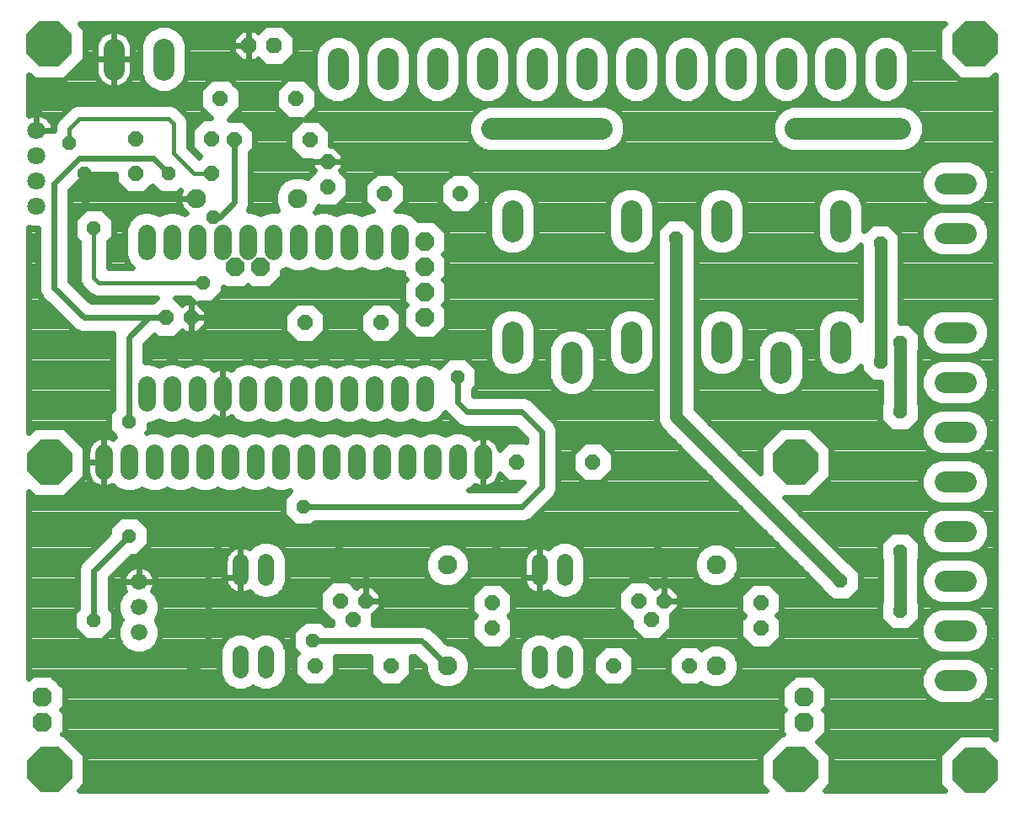
<source format=gbr>
G75*
%MOIN*%
%OFA0B0*%
%FSLAX25Y25*%
%IPPOS*%
%LPD*%
%AMOC8*
5,1,8,0,0,1.08239X$1,22.5*
%
%ADD10C,0.08350*%
%ADD11OC8,0.05906*%
%ADD12C,0.07600*%
%ADD13OC8,0.07600*%
%ADD14C,0.07000*%
%ADD15OC8,0.17717*%
%ADD16OC8,0.06299*%
%ADD17OC8,0.07087*%
%ADD18C,0.07087*%
%ADD19C,0.06600*%
%ADD20C,0.07087*%
%ADD21C,0.06350*%
%ADD22OC8,0.05512*%
%ADD23C,0.02400*%
%ADD24C,0.01600*%
%ADD25OC8,0.05600*%
%ADD26C,0.05000*%
%ADD27C,0.08600*%
%ADD28OC8,0.18110*%
D10*
X0227284Y0188998D02*
X0227284Y0197347D01*
X0250784Y0189347D02*
X0250784Y0180998D01*
X0274284Y0188998D02*
X0274284Y0197347D01*
X0309961Y0197347D02*
X0309961Y0188998D01*
X0333461Y0189347D02*
X0333461Y0180998D01*
X0356961Y0188998D02*
X0356961Y0197347D01*
X0398184Y0197139D02*
X0406534Y0197139D01*
X0406534Y0177339D02*
X0398184Y0177339D01*
X0398184Y0157769D02*
X0406534Y0157769D01*
X0406534Y0137969D02*
X0398184Y0137969D01*
X0398184Y0118399D02*
X0406534Y0118399D01*
X0406534Y0098599D02*
X0398184Y0098599D01*
X0398184Y0079029D02*
X0406534Y0079029D01*
X0406534Y0059229D02*
X0398184Y0059229D01*
X0398184Y0236394D02*
X0406534Y0236394D01*
X0406534Y0256194D02*
X0398184Y0256194D01*
X0356961Y0245347D02*
X0356961Y0236998D01*
X0309961Y0236998D02*
X0309961Y0245347D01*
X0274284Y0245347D02*
X0274284Y0236998D01*
X0227284Y0236998D02*
X0227284Y0245347D01*
X0236947Y0297238D02*
X0236947Y0305587D01*
X0217377Y0305587D02*
X0217377Y0297238D01*
X0197577Y0297238D02*
X0197577Y0305587D01*
X0178007Y0305587D02*
X0178007Y0297238D01*
X0158207Y0297238D02*
X0158207Y0305587D01*
X0089424Y0309524D02*
X0089424Y0301175D01*
X0069624Y0301175D02*
X0069624Y0309524D01*
X0256747Y0305587D02*
X0256747Y0297238D01*
X0276317Y0297238D02*
X0276317Y0305587D01*
X0296117Y0305587D02*
X0296117Y0297238D01*
X0315687Y0297238D02*
X0315687Y0305587D01*
X0335487Y0305587D02*
X0335487Y0297238D01*
X0355057Y0297238D02*
X0355057Y0305587D01*
X0374857Y0305587D02*
X0374857Y0297238D01*
D11*
X0206729Y0252200D03*
X0176729Y0252200D03*
X0154249Y0254798D03*
X0154249Y0264798D03*
X0147280Y0273342D03*
X0141768Y0289602D03*
X0117280Y0273342D03*
X0108304Y0273854D03*
X0108304Y0260074D03*
X0078304Y0260074D03*
X0078304Y0273854D03*
X0111768Y0289602D03*
X0100272Y0202987D03*
X0090272Y0202987D03*
X0145233Y0201019D03*
X0175233Y0201019D03*
X0229012Y0145783D03*
X0259012Y0145783D03*
X0277280Y0090783D03*
X0282280Y0083283D03*
X0287280Y0090783D03*
X0297280Y0065192D03*
X0267280Y0065192D03*
X0219288Y0079877D03*
X0219288Y0089877D03*
X0179170Y0065192D03*
X0164170Y0083283D03*
X0169170Y0090783D03*
X0159170Y0090783D03*
X0149170Y0065192D03*
X0325587Y0079877D03*
X0325587Y0089877D03*
D12*
X0307871Y0104877D03*
X0307871Y0064877D03*
X0201572Y0064877D03*
X0201572Y0104877D03*
X0142162Y0250153D03*
X0102162Y0250153D03*
D13*
X0219288Y0277791D03*
X0262595Y0277791D03*
X0339367Y0277791D03*
X0380705Y0277791D03*
X0342713Y0052554D03*
X0342713Y0042554D03*
X0041217Y0042554D03*
X0041217Y0052554D03*
D14*
X0065745Y0142243D02*
X0065745Y0149243D01*
X0075745Y0149243D02*
X0075745Y0142243D01*
X0085745Y0142243D02*
X0085745Y0149243D01*
X0095745Y0149243D02*
X0095745Y0142243D01*
X0105745Y0142243D02*
X0105745Y0149243D01*
X0115745Y0149243D02*
X0115745Y0142243D01*
X0125745Y0142243D02*
X0125745Y0149243D01*
X0135745Y0149243D02*
X0135745Y0142243D01*
X0145745Y0142243D02*
X0145745Y0149243D01*
X0155745Y0149243D02*
X0155745Y0142243D01*
X0165745Y0142243D02*
X0165745Y0149243D01*
X0175745Y0149243D02*
X0175745Y0142243D01*
X0185745Y0142243D02*
X0185745Y0149243D01*
X0195745Y0149243D02*
X0195745Y0142243D01*
X0205745Y0142243D02*
X0205745Y0149243D01*
X0215745Y0149243D02*
X0215745Y0142243D01*
D15*
X0044249Y0024011D03*
X0044249Y0145743D03*
X0339209Y0145743D03*
X0339209Y0024011D03*
D16*
X0133028Y0310704D03*
X0123028Y0310704D03*
D17*
X0192674Y0232987D03*
X0192674Y0222987D03*
X0192674Y0212987D03*
X0192674Y0202987D03*
X0127674Y0222987D03*
X0117674Y0222987D03*
D18*
X0122674Y0229444D02*
X0122674Y0236531D01*
X0132674Y0236531D02*
X0132674Y0229444D01*
X0142674Y0229444D02*
X0142674Y0236531D01*
X0152674Y0236531D02*
X0152674Y0229444D01*
X0162674Y0229444D02*
X0162674Y0236531D01*
X0172674Y0236531D02*
X0172674Y0229444D01*
X0182674Y0229444D02*
X0182674Y0236531D01*
X0182674Y0176531D02*
X0182674Y0169444D01*
X0192674Y0169444D02*
X0192674Y0176531D01*
X0172674Y0176531D02*
X0172674Y0169444D01*
X0162674Y0169444D02*
X0162674Y0176531D01*
X0152674Y0176531D02*
X0152674Y0169444D01*
X0142674Y0169444D02*
X0142674Y0176531D01*
X0132674Y0176531D02*
X0132674Y0169444D01*
X0122674Y0169444D02*
X0122674Y0176531D01*
X0112674Y0176531D02*
X0112674Y0169444D01*
X0102674Y0169444D02*
X0102674Y0176531D01*
X0092674Y0176531D02*
X0092674Y0169444D01*
X0082674Y0169444D02*
X0082674Y0176531D01*
X0082674Y0229444D02*
X0082674Y0236531D01*
X0092674Y0236531D02*
X0092674Y0229444D01*
X0102674Y0229444D02*
X0102674Y0236531D01*
X0112674Y0236531D02*
X0112674Y0229444D01*
D19*
X0079603Y0098302D03*
X0079603Y0088302D03*
X0079603Y0078302D03*
D20*
X0039091Y0247043D03*
X0039091Y0257043D03*
X0039091Y0267043D03*
X0039091Y0277043D03*
D21*
X0119800Y0106227D02*
X0119800Y0099877D01*
X0129800Y0099877D02*
X0129800Y0106227D01*
X0129800Y0069877D02*
X0129800Y0063528D01*
X0119800Y0063528D02*
X0119800Y0069877D01*
X0237910Y0069877D02*
X0237910Y0063528D01*
X0247910Y0063528D02*
X0247910Y0069877D01*
X0247910Y0099877D02*
X0247910Y0106227D01*
X0237910Y0106227D02*
X0237910Y0099877D01*
D22*
X0227162Y0102594D03*
X0183855Y0116373D03*
X0144485Y0128184D03*
X0107083Y0094720D03*
X0101178Y0063224D03*
X0148422Y0075035D03*
X0205509Y0179365D03*
X0292123Y0234483D03*
X0372831Y0232515D03*
X0380705Y0193145D03*
X0372831Y0185271D03*
X0380705Y0165586D03*
X0380705Y0110468D03*
X0357083Y0098657D03*
X0380705Y0086846D03*
X0109052Y0242850D03*
X0091335Y0260074D03*
X0057871Y0260074D03*
X0051965Y0271885D03*
X0053934Y0223165D03*
D23*
X0053934Y0244326D01*
X0057871Y0248263D01*
X0059760Y0250153D01*
X0102162Y0250153D01*
X0102162Y0250153D01*
X0095162Y0250153D01*
X0095162Y0250612D01*
X0095282Y0251521D01*
X0095519Y0252408D01*
X0095870Y0253255D01*
X0096010Y0253498D01*
X0094631Y0252118D01*
X0088040Y0252118D01*
X0084959Y0255199D01*
X0081681Y0251921D01*
X0074927Y0251921D01*
X0070151Y0256697D01*
X0070151Y0259580D01*
X0058553Y0259580D01*
X0052460Y0253486D01*
X0052460Y0217449D01*
X0060522Y0209387D01*
X0085143Y0209387D01*
X0086522Y0210767D01*
X0062583Y0210767D01*
X0060378Y0211680D01*
X0058690Y0213368D01*
X0056721Y0215337D01*
X0055808Y0217542D01*
X0055808Y0233107D01*
X0053808Y0235107D01*
X0053808Y0241734D01*
X0058494Y0246420D01*
X0065121Y0246420D01*
X0069808Y0241734D01*
X0069808Y0235107D01*
X0067808Y0233107D01*
X0067808Y0222767D01*
X0076986Y0222767D01*
X0075262Y0224491D01*
X0073931Y0227705D01*
X0073931Y0238270D01*
X0075262Y0241483D01*
X0077721Y0243943D01*
X0080935Y0245274D01*
X0084413Y0245274D01*
X0087627Y0243943D01*
X0087674Y0243896D01*
X0087721Y0243943D01*
X0090935Y0245274D01*
X0094413Y0245274D01*
X0097627Y0243943D01*
X0097674Y0243896D01*
X0097721Y0243943D01*
X0098418Y0244232D01*
X0098265Y0244320D01*
X0097537Y0244879D01*
X0096888Y0245527D01*
X0096329Y0246255D01*
X0095870Y0247050D01*
X0095519Y0247898D01*
X0095282Y0248784D01*
X0095162Y0249694D01*
X0095162Y0250153D01*
X0102162Y0250153D01*
X0095673Y0247527D02*
X0052460Y0247527D01*
X0052460Y0249925D02*
X0095162Y0249925D01*
X0094836Y0252324D02*
X0095497Y0252324D01*
X0087834Y0252324D02*
X0082083Y0252324D01*
X0084482Y0254722D02*
X0085436Y0254722D01*
X0091335Y0260074D02*
X0085430Y0265980D01*
X0055902Y0265980D01*
X0046060Y0256137D01*
X0046060Y0214798D01*
X0057871Y0202987D01*
X0083461Y0202987D01*
X0090272Y0202987D01*
X0083461Y0202987D02*
X0075587Y0195113D01*
X0075587Y0161649D01*
X0070060Y0155862D02*
X0069189Y0154991D01*
X0068714Y0155265D01*
X0067903Y0155601D01*
X0067055Y0155829D01*
X0066184Y0155943D01*
X0065745Y0155943D01*
X0065745Y0145743D01*
X0065745Y0135543D01*
X0066184Y0135543D01*
X0067055Y0135658D01*
X0067903Y0135885D01*
X0068714Y0136221D01*
X0069189Y0136495D01*
X0070817Y0134868D01*
X0074014Y0133543D01*
X0077475Y0133543D01*
X0080673Y0134868D01*
X0080745Y0134940D01*
X0080817Y0134868D01*
X0084014Y0133543D01*
X0087475Y0133543D01*
X0090673Y0134868D01*
X0090745Y0134940D01*
X0090817Y0134868D01*
X0094014Y0133543D01*
X0097475Y0133543D01*
X0100673Y0134868D01*
X0100745Y0134940D01*
X0100817Y0134868D01*
X0104014Y0133543D01*
X0107475Y0133543D01*
X0110673Y0134868D01*
X0110745Y0134940D01*
X0110817Y0134868D01*
X0114014Y0133543D01*
X0117475Y0133543D01*
X0120673Y0134868D01*
X0120745Y0134940D01*
X0120817Y0134868D01*
X0124014Y0133543D01*
X0127475Y0133543D01*
X0130673Y0134868D01*
X0130745Y0134940D01*
X0130817Y0134868D01*
X0134014Y0133543D01*
X0137475Y0133543D01*
X0139383Y0134333D01*
X0136529Y0131480D01*
X0136529Y0124889D01*
X0141189Y0120228D01*
X0147780Y0120228D01*
X0149336Y0121784D01*
X0232372Y0121784D01*
X0234724Y0122759D01*
X0236525Y0124559D01*
X0244399Y0132433D01*
X0245373Y0134785D01*
X0245373Y0158985D01*
X0244399Y0161337D01*
X0242598Y0163137D01*
X0234724Y0171011D01*
X0232372Y0171986D01*
X0212097Y0171986D01*
X0211909Y0172174D01*
X0211909Y0174514D01*
X0213464Y0176070D01*
X0213464Y0182661D01*
X0208804Y0187321D01*
X0202213Y0187321D01*
X0198231Y0183339D01*
X0197627Y0183943D01*
X0194413Y0185274D01*
X0190935Y0185274D01*
X0187721Y0183943D01*
X0187674Y0183896D01*
X0187627Y0183943D01*
X0184413Y0185274D01*
X0180935Y0185274D01*
X0177721Y0183943D01*
X0177674Y0183896D01*
X0177627Y0183943D01*
X0174413Y0185274D01*
X0170935Y0185274D01*
X0167721Y0183943D01*
X0167674Y0183896D01*
X0167627Y0183943D01*
X0164413Y0185274D01*
X0160935Y0185274D01*
X0157721Y0183943D01*
X0157674Y0183896D01*
X0157627Y0183943D01*
X0154413Y0185274D01*
X0150935Y0185274D01*
X0147721Y0183943D01*
X0147674Y0183896D01*
X0147627Y0183943D01*
X0144413Y0185274D01*
X0140935Y0185274D01*
X0137721Y0183943D01*
X0137674Y0183896D01*
X0137627Y0183943D01*
X0134413Y0185274D01*
X0130935Y0185274D01*
X0127721Y0183943D01*
X0127674Y0183896D01*
X0127627Y0183943D01*
X0124413Y0185274D01*
X0120935Y0185274D01*
X0117721Y0183943D01*
X0116111Y0182333D01*
X0115663Y0182592D01*
X0114846Y0182930D01*
X0113992Y0183159D01*
X0113116Y0183274D01*
X0112674Y0183274D01*
X0112674Y0172988D01*
X0112674Y0172988D01*
X0112674Y0183274D01*
X0112232Y0183274D01*
X0111355Y0183159D01*
X0110502Y0182930D01*
X0109685Y0182592D01*
X0109237Y0182333D01*
X0107627Y0183943D01*
X0104413Y0185274D01*
X0100935Y0185274D01*
X0097721Y0183943D01*
X0097674Y0183896D01*
X0097627Y0183943D01*
X0094413Y0185274D01*
X0090935Y0185274D01*
X0087721Y0183943D01*
X0087674Y0183896D01*
X0087627Y0183943D01*
X0084413Y0185274D01*
X0081987Y0185274D01*
X0081987Y0192462D01*
X0085627Y0196103D01*
X0086895Y0194835D01*
X0093649Y0194835D01*
X0096687Y0197872D01*
X0097724Y0196835D01*
X0100272Y0196835D01*
X0100272Y0202987D01*
X0100272Y0202987D01*
X0100272Y0196835D01*
X0102821Y0196835D01*
X0106425Y0200439D01*
X0106425Y0202987D01*
X0100272Y0202987D01*
X0100272Y0202987D01*
X0100272Y0202988D02*
X0100272Y0209140D01*
X0097724Y0209140D01*
X0096687Y0208103D01*
X0094022Y0210767D01*
X0099801Y0210767D01*
X0101428Y0209140D01*
X0100272Y0209140D01*
X0100272Y0202988D01*
X0100272Y0202988D01*
X0100272Y0202987D02*
X0106425Y0202987D01*
X0106425Y0205536D01*
X0103194Y0208767D01*
X0108429Y0208767D01*
X0113115Y0213453D01*
X0113115Y0215182D01*
X0114052Y0214244D01*
X0121295Y0214244D01*
X0122674Y0215623D01*
X0124052Y0214244D01*
X0131295Y0214244D01*
X0136417Y0219366D01*
X0136417Y0221531D01*
X0137627Y0222032D01*
X0137674Y0222079D01*
X0137721Y0222032D01*
X0140935Y0220701D01*
X0144413Y0220701D01*
X0147627Y0222032D01*
X0147674Y0222079D01*
X0147721Y0222032D01*
X0150935Y0220701D01*
X0154413Y0220701D01*
X0157627Y0222032D01*
X0157674Y0222079D01*
X0157721Y0222032D01*
X0160935Y0220701D01*
X0164413Y0220701D01*
X0167627Y0222032D01*
X0167674Y0222079D01*
X0167721Y0222032D01*
X0170935Y0220701D01*
X0174413Y0220701D01*
X0177627Y0222032D01*
X0177674Y0222079D01*
X0177721Y0222032D01*
X0180935Y0220701D01*
X0183931Y0220701D01*
X0183931Y0219366D01*
X0185309Y0217987D01*
X0183931Y0216609D01*
X0183931Y0209366D01*
X0185309Y0207987D01*
X0183931Y0206609D01*
X0183931Y0199366D01*
X0189052Y0194244D01*
X0196295Y0194244D01*
X0201417Y0199366D01*
X0201417Y0206609D01*
X0200039Y0207987D01*
X0201417Y0209366D01*
X0201417Y0216609D01*
X0200039Y0217987D01*
X0201417Y0219366D01*
X0201417Y0226609D01*
X0200039Y0227987D01*
X0201417Y0229366D01*
X0201417Y0236609D01*
X0196295Y0241731D01*
X0189839Y0241731D01*
X0187627Y0243943D01*
X0184413Y0245274D01*
X0181333Y0245274D01*
X0184882Y0248823D01*
X0184882Y0255577D01*
X0180106Y0260353D01*
X0173352Y0260353D01*
X0168576Y0255577D01*
X0168576Y0248823D01*
X0172125Y0245274D01*
X0170935Y0245274D01*
X0167721Y0243943D01*
X0167674Y0243896D01*
X0167627Y0243943D01*
X0164413Y0245274D01*
X0160935Y0245274D01*
X0157721Y0243943D01*
X0157674Y0243896D01*
X0157627Y0243943D01*
X0154413Y0245274D01*
X0150935Y0245274D01*
X0149358Y0244621D01*
X0149792Y0245055D01*
X0150574Y0246943D01*
X0150872Y0246646D01*
X0157626Y0246646D01*
X0162401Y0251421D01*
X0162401Y0258175D01*
X0159364Y0261213D01*
X0160401Y0262250D01*
X0160401Y0264798D01*
X0154249Y0264798D01*
X0154249Y0264798D01*
X0160401Y0264798D01*
X0160401Y0267347D01*
X0156797Y0270951D01*
X0155433Y0270951D01*
X0155433Y0276719D01*
X0150657Y0281494D01*
X0145191Y0281494D01*
X0149921Y0286225D01*
X0149921Y0292744D01*
X0150259Y0291927D01*
X0152897Y0289290D01*
X0156342Y0287863D01*
X0160072Y0287863D01*
X0163517Y0289290D01*
X0166155Y0291927D01*
X0167582Y0295373D01*
X0167582Y0307452D01*
X0166155Y0310898D01*
X0163517Y0313535D01*
X0160072Y0314962D01*
X0156342Y0314962D01*
X0152897Y0313535D01*
X0150259Y0310898D01*
X0148832Y0307452D01*
X0148832Y0295373D01*
X0149755Y0293144D01*
X0145145Y0297754D01*
X0138391Y0297754D01*
X0133616Y0292979D01*
X0133616Y0286225D01*
X0138391Y0281449D01*
X0143858Y0281449D01*
X0139127Y0276719D01*
X0139127Y0269965D01*
X0143903Y0265189D01*
X0148096Y0265189D01*
X0148096Y0264798D01*
X0148096Y0262250D01*
X0149133Y0261213D01*
X0146159Y0258239D01*
X0143952Y0259153D01*
X0140372Y0259153D01*
X0137064Y0257783D01*
X0134532Y0255251D01*
X0133162Y0251943D01*
X0133162Y0248363D01*
X0134447Y0245260D01*
X0134413Y0245274D01*
X0130935Y0245274D01*
X0127721Y0243943D01*
X0127674Y0243896D01*
X0127627Y0243943D01*
X0124413Y0245274D01*
X0122823Y0245274D01*
X0123680Y0247344D01*
X0123680Y0268212D01*
X0125433Y0269965D01*
X0125433Y0276719D01*
X0120657Y0281494D01*
X0115191Y0281494D01*
X0119921Y0286225D01*
X0119921Y0292979D01*
X0115145Y0297754D01*
X0108391Y0297754D01*
X0103616Y0292979D01*
X0103616Y0286225D01*
X0107834Y0282006D01*
X0104927Y0282006D01*
X0100151Y0277231D01*
X0100151Y0270477D01*
X0103664Y0266964D01*
X0103219Y0266519D01*
X0099304Y0270433D01*
X0099304Y0280953D01*
X0098390Y0283158D01*
X0096703Y0284846D01*
X0094734Y0286814D01*
X0092529Y0287728D01*
X0054709Y0287728D01*
X0052503Y0286814D01*
X0050816Y0285126D01*
X0046879Y0281189D01*
X0045965Y0278984D01*
X0045965Y0277136D01*
X0045834Y0277006D01*
X0045834Y0277042D01*
X0039091Y0277042D01*
X0039091Y0277043D01*
X0039091Y0283786D01*
X0038649Y0283786D01*
X0037773Y0283670D01*
X0036919Y0283442D01*
X0036102Y0283103D01*
X0036012Y0283051D01*
X0036012Y0299175D01*
X0038187Y0297000D01*
X0049996Y0297000D01*
X0058346Y0305350D01*
X0058346Y0317160D01*
X0056171Y0319335D01*
X0398153Y0319335D01*
X0395978Y0317160D01*
X0395978Y0305350D01*
X0404328Y0297000D01*
X0416138Y0297000D01*
X0418312Y0299175D01*
X0418312Y0035934D01*
X0416138Y0038109D01*
X0404328Y0038109D01*
X0395978Y0029758D01*
X0395978Y0017949D01*
X0398153Y0015774D01*
X0350854Y0015774D01*
X0353268Y0018188D01*
X0353268Y0029834D01*
X0347994Y0035107D01*
X0351713Y0038826D01*
X0351713Y0046282D01*
X0350441Y0047554D01*
X0351713Y0048826D01*
X0351713Y0056282D01*
X0346441Y0061554D01*
X0338985Y0061554D01*
X0333713Y0056282D01*
X0333713Y0048826D01*
X0334985Y0047554D01*
X0333713Y0046282D01*
X0333713Y0038826D01*
X0334470Y0038069D01*
X0333386Y0038069D01*
X0325151Y0029834D01*
X0325151Y0018188D01*
X0327565Y0015774D01*
X0055893Y0015774D01*
X0058307Y0018188D01*
X0058307Y0029834D01*
X0050072Y0038069D01*
X0049460Y0038069D01*
X0050217Y0038826D01*
X0050217Y0046282D01*
X0048945Y0047554D01*
X0050217Y0048826D01*
X0050217Y0056282D01*
X0044945Y0061554D01*
X0037489Y0061554D01*
X0036012Y0060077D01*
X0036012Y0134099D01*
X0038426Y0131685D01*
X0050072Y0131685D01*
X0058307Y0139920D01*
X0058307Y0151566D01*
X0050072Y0159802D01*
X0038426Y0159802D01*
X0036012Y0157388D01*
X0036012Y0238854D01*
X0037352Y0238299D01*
X0039660Y0238299D01*
X0039660Y0213525D01*
X0040634Y0211173D01*
X0042434Y0209373D01*
X0054245Y0197562D01*
X0056598Y0196587D01*
X0069271Y0196587D01*
X0069187Y0196386D01*
X0069187Y0166563D01*
X0067587Y0164963D01*
X0067587Y0158335D01*
X0070060Y0155862D01*
X0069539Y0156383D02*
X0053490Y0156383D01*
X0055889Y0153985D02*
X0061011Y0153985D01*
X0061318Y0154291D02*
X0060697Y0153670D01*
X0060162Y0152974D01*
X0059723Y0152213D01*
X0059387Y0151402D01*
X0059159Y0150553D01*
X0059045Y0149682D01*
X0059045Y0145743D01*
X0059045Y0141804D01*
X0059159Y0140933D01*
X0059387Y0140085D01*
X0059723Y0139274D01*
X0060162Y0138513D01*
X0060697Y0137816D01*
X0061318Y0137195D01*
X0055582Y0137195D01*
X0057980Y0139594D02*
X0059590Y0139594D01*
X0059045Y0141992D02*
X0058307Y0141992D01*
X0058307Y0144391D02*
X0059045Y0144391D01*
X0059045Y0145743D02*
X0065745Y0145743D01*
X0065745Y0145743D01*
X0065745Y0135543D01*
X0065306Y0135543D01*
X0064435Y0135658D01*
X0063586Y0135885D01*
X0062775Y0136221D01*
X0062014Y0136661D01*
X0061318Y0137195D01*
X0065745Y0137195D02*
X0065745Y0137195D01*
X0065745Y0139594D02*
X0065745Y0139594D01*
X0065745Y0141992D02*
X0065745Y0141992D01*
X0065745Y0144391D02*
X0065745Y0144391D01*
X0065745Y0145743D02*
X0065745Y0145743D01*
X0065745Y0145743D01*
X0059045Y0145743D01*
X0059045Y0146789D02*
X0058307Y0146789D01*
X0058307Y0149188D02*
X0059045Y0149188D01*
X0059463Y0151586D02*
X0058287Y0151586D01*
X0061318Y0154291D02*
X0062014Y0154826D01*
X0062775Y0155265D01*
X0063586Y0155601D01*
X0064435Y0155829D01*
X0065306Y0155943D01*
X0065745Y0155943D01*
X0065745Y0145743D01*
X0065745Y0146789D02*
X0065745Y0146789D01*
X0065745Y0149188D02*
X0065745Y0149188D01*
X0065745Y0151586D02*
X0065745Y0151586D01*
X0065745Y0153985D02*
X0065745Y0153985D01*
X0067587Y0158782D02*
X0051092Y0158782D01*
X0037406Y0158782D02*
X0036012Y0158782D01*
X0036012Y0161180D02*
X0067587Y0161180D01*
X0067587Y0163579D02*
X0036012Y0163579D01*
X0036012Y0165977D02*
X0068602Y0165977D01*
X0069187Y0168376D02*
X0036012Y0168376D01*
X0036012Y0170774D02*
X0069187Y0170774D01*
X0069187Y0173173D02*
X0036012Y0173173D01*
X0036012Y0175571D02*
X0069187Y0175571D01*
X0069187Y0177970D02*
X0036012Y0177970D01*
X0036012Y0180368D02*
X0069187Y0180368D01*
X0069187Y0182767D02*
X0036012Y0182767D01*
X0036012Y0185165D02*
X0069187Y0185165D01*
X0069187Y0187564D02*
X0036012Y0187564D01*
X0036012Y0189962D02*
X0069187Y0189962D01*
X0069187Y0192361D02*
X0036012Y0192361D01*
X0036012Y0194759D02*
X0069187Y0194759D01*
X0081987Y0192361D02*
X0217909Y0192361D01*
X0217909Y0194759D02*
X0196811Y0194759D01*
X0199209Y0197158D02*
X0217909Y0197158D01*
X0217909Y0199212D02*
X0219337Y0202658D01*
X0221974Y0205295D01*
X0225419Y0206722D01*
X0229149Y0206722D01*
X0232595Y0205295D01*
X0235232Y0202658D01*
X0236659Y0199212D01*
X0236659Y0187133D01*
X0235232Y0183687D01*
X0232595Y0181050D01*
X0229149Y0179623D01*
X0225419Y0179623D01*
X0221974Y0181050D01*
X0219337Y0183687D01*
X0217909Y0187133D01*
X0217909Y0199212D01*
X0218052Y0199556D02*
X0201417Y0199556D01*
X0201417Y0201955D02*
X0219045Y0201955D01*
X0221032Y0204353D02*
X0201417Y0204353D01*
X0201274Y0206752D02*
X0284423Y0206752D01*
X0284423Y0209150D02*
X0201202Y0209150D01*
X0201417Y0211549D02*
X0284423Y0211549D01*
X0284423Y0213947D02*
X0201417Y0213947D01*
X0201417Y0216346D02*
X0284423Y0216346D01*
X0284423Y0218745D02*
X0200796Y0218745D01*
X0201417Y0221143D02*
X0284423Y0221143D01*
X0284423Y0223542D02*
X0201417Y0223542D01*
X0201417Y0225940D02*
X0284423Y0225940D01*
X0284423Y0228339D02*
X0277877Y0228339D01*
X0279595Y0229050D02*
X0282232Y0231687D01*
X0283659Y0235133D01*
X0283659Y0247212D01*
X0282232Y0250658D01*
X0279595Y0253295D01*
X0276149Y0254722D01*
X0272419Y0254722D01*
X0268974Y0253295D01*
X0266337Y0250658D01*
X0264909Y0247212D01*
X0264909Y0235133D01*
X0266337Y0231687D01*
X0268974Y0229050D01*
X0272419Y0227623D01*
X0276149Y0227623D01*
X0279595Y0229050D01*
X0281282Y0230737D02*
X0284423Y0230737D01*
X0284423Y0230932D02*
X0284423Y0162086D01*
X0285595Y0159256D01*
X0287761Y0157090D01*
X0349127Y0095723D01*
X0349127Y0095361D01*
X0353788Y0090701D01*
X0360379Y0090701D01*
X0365039Y0095361D01*
X0365039Y0101952D01*
X0360379Y0106613D01*
X0360017Y0106613D01*
X0334944Y0131685D01*
X0345032Y0131685D01*
X0353268Y0139920D01*
X0353268Y0151566D01*
X0345032Y0159802D01*
X0333386Y0159802D01*
X0325151Y0151566D01*
X0325151Y0141478D01*
X0299823Y0166807D01*
X0299823Y0230932D01*
X0300079Y0231188D01*
X0300079Y0237779D01*
X0295418Y0242439D01*
X0288827Y0242439D01*
X0284167Y0237779D01*
X0284167Y0231188D01*
X0284423Y0230932D01*
X0284167Y0233136D02*
X0282832Y0233136D01*
X0283659Y0235534D02*
X0284167Y0235534D01*
X0284320Y0237933D02*
X0283659Y0237933D01*
X0283659Y0240331D02*
X0286719Y0240331D01*
X0283659Y0242730D02*
X0300586Y0242730D01*
X0300586Y0245128D02*
X0283659Y0245128D01*
X0283529Y0247527D02*
X0300717Y0247527D01*
X0300586Y0247212D02*
X0302014Y0250658D01*
X0304651Y0253295D01*
X0308097Y0254722D01*
X0311826Y0254722D01*
X0315272Y0253295D01*
X0317909Y0250658D01*
X0319336Y0247212D01*
X0319336Y0235133D01*
X0317909Y0231687D01*
X0315272Y0229050D01*
X0311826Y0227623D01*
X0308097Y0227623D01*
X0304651Y0229050D01*
X0302014Y0231687D01*
X0300586Y0235133D01*
X0300586Y0247212D01*
X0301710Y0249925D02*
X0282535Y0249925D01*
X0280566Y0252324D02*
X0303680Y0252324D01*
X0300586Y0240331D02*
X0297526Y0240331D01*
X0299925Y0237933D02*
X0300586Y0237933D01*
X0300586Y0235534D02*
X0300079Y0235534D01*
X0300079Y0233136D02*
X0301414Y0233136D01*
X0302964Y0230737D02*
X0299823Y0230737D01*
X0299823Y0228339D02*
X0306369Y0228339D01*
X0299823Y0225940D02*
X0365131Y0225940D01*
X0365131Y0223542D02*
X0299823Y0223542D01*
X0299823Y0221143D02*
X0365131Y0221143D01*
X0365131Y0218745D02*
X0299823Y0218745D01*
X0299823Y0216346D02*
X0365131Y0216346D01*
X0365131Y0213947D02*
X0299823Y0213947D01*
X0299823Y0211549D02*
X0365131Y0211549D01*
X0365131Y0209150D02*
X0299823Y0209150D01*
X0299823Y0206752D02*
X0365131Y0206752D01*
X0365131Y0204353D02*
X0363213Y0204353D01*
X0362272Y0205295D02*
X0358826Y0206722D01*
X0355097Y0206722D01*
X0351651Y0205295D01*
X0349014Y0202658D01*
X0347586Y0199212D01*
X0347586Y0187133D01*
X0349014Y0183687D01*
X0351651Y0181050D01*
X0355097Y0179623D01*
X0358826Y0179623D01*
X0362272Y0181050D01*
X0364875Y0183654D01*
X0364875Y0181975D01*
X0369536Y0177315D01*
X0373005Y0177315D01*
X0373005Y0169137D01*
X0372749Y0168881D01*
X0372749Y0162290D01*
X0377410Y0157630D01*
X0384001Y0157630D01*
X0388661Y0162290D01*
X0388661Y0168881D01*
X0388405Y0169137D01*
X0388405Y0189594D01*
X0388661Y0189849D01*
X0388661Y0196440D01*
X0384001Y0201101D01*
X0380531Y0201101D01*
X0380531Y0228964D01*
X0380787Y0229220D01*
X0380787Y0235810D01*
X0376127Y0240471D01*
X0369536Y0240471D01*
X0366336Y0237271D01*
X0366336Y0247212D01*
X0364909Y0250658D01*
X0362272Y0253295D01*
X0358826Y0254722D01*
X0355097Y0254722D01*
X0351651Y0253295D01*
X0349014Y0250658D01*
X0347586Y0247212D01*
X0347586Y0235133D01*
X0349014Y0231687D01*
X0351651Y0229050D01*
X0355097Y0227623D01*
X0358826Y0227623D01*
X0362272Y0229050D01*
X0364875Y0231654D01*
X0364875Y0229220D01*
X0365131Y0228964D01*
X0365131Y0202120D01*
X0364909Y0202658D01*
X0362272Y0205295D01*
X0350709Y0204353D02*
X0316213Y0204353D01*
X0315272Y0205295D02*
X0311826Y0206722D01*
X0308097Y0206722D01*
X0304651Y0205295D01*
X0302014Y0202658D01*
X0300586Y0199212D01*
X0300586Y0187133D01*
X0302014Y0183687D01*
X0304651Y0181050D01*
X0308097Y0179623D01*
X0311826Y0179623D01*
X0315272Y0181050D01*
X0317909Y0183687D01*
X0319336Y0187133D01*
X0319336Y0199212D01*
X0317909Y0202658D01*
X0315272Y0205295D01*
X0318200Y0201955D02*
X0348723Y0201955D01*
X0347729Y0199556D02*
X0319193Y0199556D01*
X0319336Y0197158D02*
X0328014Y0197158D01*
X0328151Y0197295D02*
X0325514Y0194658D01*
X0324086Y0191212D01*
X0324086Y0179133D01*
X0325514Y0175687D01*
X0328151Y0173050D01*
X0331597Y0171623D01*
X0335326Y0171623D01*
X0338772Y0173050D01*
X0341409Y0175687D01*
X0342836Y0179133D01*
X0342836Y0191212D01*
X0341409Y0194658D01*
X0338772Y0197295D01*
X0335326Y0198722D01*
X0331597Y0198722D01*
X0328151Y0197295D01*
X0325615Y0194759D02*
X0319336Y0194759D01*
X0319336Y0192361D02*
X0324562Y0192361D01*
X0324086Y0189962D02*
X0319336Y0189962D01*
X0319336Y0187564D02*
X0324086Y0187564D01*
X0324086Y0185165D02*
X0318521Y0185165D01*
X0316988Y0182767D02*
X0324086Y0182767D01*
X0324086Y0180368D02*
X0313626Y0180368D01*
X0306297Y0180368D02*
X0299823Y0180368D01*
X0299823Y0177970D02*
X0324568Y0177970D01*
X0325630Y0175571D02*
X0299823Y0175571D01*
X0299823Y0173173D02*
X0328028Y0173173D01*
X0338894Y0173173D02*
X0373005Y0173173D01*
X0373005Y0175571D02*
X0341293Y0175571D01*
X0342354Y0177970D02*
X0368881Y0177970D01*
X0366483Y0180368D02*
X0360626Y0180368D01*
X0363988Y0182767D02*
X0364875Y0182767D01*
X0353297Y0180368D02*
X0342836Y0180368D01*
X0342836Y0182767D02*
X0349934Y0182767D01*
X0348401Y0185165D02*
X0342836Y0185165D01*
X0342836Y0187564D02*
X0347586Y0187564D01*
X0347586Y0189962D02*
X0342836Y0189962D01*
X0342360Y0192361D02*
X0347586Y0192361D01*
X0347586Y0194759D02*
X0341307Y0194759D01*
X0338909Y0197158D02*
X0347586Y0197158D01*
X0380531Y0201955D02*
X0390032Y0201955D01*
X0390237Y0202450D02*
X0388809Y0199004D01*
X0388809Y0195275D01*
X0390237Y0191829D01*
X0392874Y0189192D01*
X0396319Y0187765D01*
X0408398Y0187765D01*
X0411844Y0189192D01*
X0414481Y0191829D01*
X0415909Y0195275D01*
X0415909Y0199004D01*
X0414481Y0202450D01*
X0411844Y0205087D01*
X0408398Y0206514D01*
X0396319Y0206514D01*
X0392874Y0205087D01*
X0390237Y0202450D01*
X0392140Y0204353D02*
X0380531Y0204353D01*
X0380531Y0206752D02*
X0418312Y0206752D01*
X0418312Y0209150D02*
X0380531Y0209150D01*
X0380531Y0211549D02*
X0418312Y0211549D01*
X0418312Y0213947D02*
X0380531Y0213947D01*
X0380531Y0216346D02*
X0418312Y0216346D01*
X0418312Y0218745D02*
X0380531Y0218745D01*
X0380531Y0221143D02*
X0418312Y0221143D01*
X0418312Y0223542D02*
X0380531Y0223542D01*
X0380531Y0225940D02*
X0418312Y0225940D01*
X0418312Y0228339D02*
X0411582Y0228339D01*
X0411844Y0228447D02*
X0414481Y0231084D01*
X0415909Y0234530D01*
X0415909Y0238259D01*
X0414481Y0241705D01*
X0411844Y0244342D01*
X0408398Y0245769D01*
X0396319Y0245769D01*
X0392874Y0244342D01*
X0390237Y0241705D01*
X0388809Y0238259D01*
X0388809Y0234530D01*
X0390237Y0231084D01*
X0392874Y0228447D01*
X0396319Y0227020D01*
X0408398Y0227020D01*
X0411844Y0228447D01*
X0414134Y0230737D02*
X0418312Y0230737D01*
X0418312Y0233136D02*
X0415331Y0233136D01*
X0415909Y0235534D02*
X0418312Y0235534D01*
X0418312Y0237933D02*
X0415909Y0237933D01*
X0415050Y0240331D02*
X0418312Y0240331D01*
X0418312Y0242730D02*
X0413457Y0242730D01*
X0409946Y0245128D02*
X0418312Y0245128D01*
X0418312Y0247527D02*
X0410105Y0247527D01*
X0408398Y0246820D02*
X0411844Y0248247D01*
X0414481Y0250884D01*
X0415909Y0254330D01*
X0415909Y0258059D01*
X0414481Y0261505D01*
X0411844Y0264142D01*
X0408398Y0265569D01*
X0396319Y0265569D01*
X0392874Y0264142D01*
X0390237Y0261505D01*
X0388809Y0258059D01*
X0388809Y0254330D01*
X0390237Y0250884D01*
X0392874Y0248247D01*
X0396319Y0246820D01*
X0408398Y0246820D01*
X0413522Y0249925D02*
X0418312Y0249925D01*
X0418312Y0252324D02*
X0415078Y0252324D01*
X0415909Y0254722D02*
X0418312Y0254722D01*
X0418312Y0257121D02*
X0415909Y0257121D01*
X0415304Y0259519D02*
X0418312Y0259519D01*
X0418312Y0261918D02*
X0414068Y0261918D01*
X0411424Y0264316D02*
X0418312Y0264316D01*
X0418312Y0266715D02*
X0160401Y0266715D01*
X0160401Y0264316D02*
X0393294Y0264316D01*
X0390649Y0261918D02*
X0160069Y0261918D01*
X0161058Y0259519D02*
X0172518Y0259519D01*
X0170120Y0257121D02*
X0162401Y0257121D01*
X0162401Y0254722D02*
X0168576Y0254722D01*
X0168576Y0252324D02*
X0162401Y0252324D01*
X0160905Y0249925D02*
X0168576Y0249925D01*
X0169873Y0247527D02*
X0158507Y0247527D01*
X0160583Y0245128D02*
X0154765Y0245128D01*
X0150583Y0245128D02*
X0149822Y0245128D01*
X0164765Y0245128D02*
X0170583Y0245128D01*
X0183585Y0247527D02*
X0199873Y0247527D01*
X0198576Y0248823D02*
X0203352Y0244047D01*
X0210106Y0244047D01*
X0214882Y0248823D01*
X0214882Y0255577D01*
X0210106Y0260353D01*
X0203352Y0260353D01*
X0198576Y0255577D01*
X0198576Y0248823D01*
X0198576Y0249925D02*
X0184882Y0249925D01*
X0184882Y0252324D02*
X0198576Y0252324D01*
X0198576Y0254722D02*
X0184882Y0254722D01*
X0183338Y0257121D02*
X0200120Y0257121D01*
X0202518Y0259519D02*
X0180940Y0259519D01*
X0184765Y0245128D02*
X0202271Y0245128D01*
X0197695Y0240331D02*
X0217909Y0240331D01*
X0217909Y0237933D02*
X0200094Y0237933D01*
X0201417Y0235534D02*
X0217909Y0235534D01*
X0217909Y0235133D02*
X0219337Y0231687D01*
X0221974Y0229050D01*
X0225419Y0227623D01*
X0229149Y0227623D01*
X0232595Y0229050D01*
X0235232Y0231687D01*
X0236659Y0235133D01*
X0236659Y0247212D01*
X0235232Y0250658D01*
X0232595Y0253295D01*
X0229149Y0254722D01*
X0225419Y0254722D01*
X0221974Y0253295D01*
X0219337Y0250658D01*
X0217909Y0247212D01*
X0217909Y0235133D01*
X0218737Y0233136D02*
X0201417Y0233136D01*
X0201417Y0230737D02*
X0220287Y0230737D01*
X0223691Y0228339D02*
X0200390Y0228339D01*
X0188840Y0242730D02*
X0217909Y0242730D01*
X0217909Y0245128D02*
X0211187Y0245128D01*
X0213585Y0247527D02*
X0218040Y0247527D01*
X0219033Y0249925D02*
X0214882Y0249925D01*
X0214882Y0252324D02*
X0221003Y0252324D01*
X0214882Y0254722D02*
X0388809Y0254722D01*
X0388809Y0257121D02*
X0213338Y0257121D01*
X0210940Y0259519D02*
X0389414Y0259519D01*
X0389640Y0252324D02*
X0363243Y0252324D01*
X0365212Y0249925D02*
X0391195Y0249925D01*
X0394613Y0247527D02*
X0366206Y0247527D01*
X0366336Y0245128D02*
X0394771Y0245128D01*
X0391261Y0242730D02*
X0366336Y0242730D01*
X0366336Y0240331D02*
X0369396Y0240331D01*
X0366998Y0237933D02*
X0366336Y0237933D01*
X0364875Y0230737D02*
X0363959Y0230737D01*
X0365131Y0228339D02*
X0360554Y0228339D01*
X0353369Y0228339D02*
X0313554Y0228339D01*
X0316959Y0230737D02*
X0349964Y0230737D01*
X0348414Y0233136D02*
X0318509Y0233136D01*
X0319336Y0235534D02*
X0347586Y0235534D01*
X0347586Y0237933D02*
X0319336Y0237933D01*
X0319336Y0240331D02*
X0347586Y0240331D01*
X0347586Y0242730D02*
X0319336Y0242730D01*
X0319336Y0245128D02*
X0347586Y0245128D01*
X0347717Y0247527D02*
X0319206Y0247527D01*
X0318212Y0249925D02*
X0348710Y0249925D01*
X0350680Y0252324D02*
X0316243Y0252324D01*
X0333985Y0269737D02*
X0335193Y0269237D01*
X0335639Y0268791D01*
X0336270Y0268791D01*
X0337477Y0268291D01*
X0382595Y0268291D01*
X0383802Y0268791D01*
X0384433Y0268791D01*
X0384880Y0269237D01*
X0386087Y0269737D01*
X0388759Y0272409D01*
X0389259Y0273616D01*
X0389705Y0274063D01*
X0389705Y0274694D01*
X0390205Y0275901D01*
X0390205Y0279680D01*
X0389705Y0280887D01*
X0389705Y0281518D01*
X0389259Y0281965D01*
X0388759Y0283172D01*
X0386087Y0285844D01*
X0384880Y0286344D01*
X0384433Y0286791D01*
X0383802Y0286791D01*
X0382595Y0287291D01*
X0337477Y0287291D01*
X0336270Y0286791D01*
X0335639Y0286791D01*
X0335193Y0286344D01*
X0333985Y0285844D01*
X0331313Y0283172D01*
X0330813Y0281965D01*
X0330367Y0281518D01*
X0330367Y0280887D01*
X0329867Y0279680D01*
X0329867Y0275901D01*
X0330367Y0274694D01*
X0330367Y0274063D01*
X0330813Y0273616D01*
X0331313Y0272409D01*
X0333985Y0269737D01*
X0335316Y0269113D02*
X0266646Y0269113D01*
X0266769Y0269237D02*
X0267976Y0269737D01*
X0270649Y0272409D01*
X0271149Y0273616D01*
X0271595Y0274063D01*
X0271595Y0274694D01*
X0272095Y0275901D01*
X0272095Y0279680D01*
X0271595Y0280887D01*
X0271595Y0281518D01*
X0271149Y0281965D01*
X0270649Y0283172D01*
X0267976Y0285844D01*
X0266769Y0286344D01*
X0266323Y0286791D01*
X0265692Y0286791D01*
X0264485Y0287291D01*
X0217398Y0287291D01*
X0216191Y0286791D01*
X0215560Y0286791D01*
X0215114Y0286344D01*
X0213907Y0285844D01*
X0211234Y0283172D01*
X0210734Y0281965D01*
X0210288Y0281518D01*
X0210288Y0280887D01*
X0209788Y0279680D01*
X0209788Y0275901D01*
X0210288Y0274694D01*
X0210288Y0274063D01*
X0210734Y0273616D01*
X0211234Y0272409D01*
X0213907Y0269737D01*
X0215114Y0269237D01*
X0215560Y0268791D01*
X0216191Y0268791D01*
X0217398Y0268291D01*
X0264485Y0268291D01*
X0265692Y0268791D01*
X0266323Y0268791D01*
X0266769Y0269237D01*
X0269751Y0271512D02*
X0332211Y0271512D01*
X0330519Y0273910D02*
X0271443Y0273910D01*
X0272095Y0276309D02*
X0329867Y0276309D01*
X0329867Y0278707D02*
X0272095Y0278707D01*
X0271595Y0281106D02*
X0330367Y0281106D01*
X0331646Y0283504D02*
X0270316Y0283504D01*
X0267835Y0285903D02*
X0334127Y0285903D01*
X0333622Y0287863D02*
X0337352Y0287863D01*
X0340798Y0289290D01*
X0343435Y0291927D01*
X0344862Y0295373D01*
X0344862Y0307452D01*
X0343435Y0310898D01*
X0340798Y0313535D01*
X0337352Y0314962D01*
X0333622Y0314962D01*
X0330177Y0313535D01*
X0327540Y0310898D01*
X0326112Y0307452D01*
X0326112Y0295373D01*
X0327540Y0291927D01*
X0330177Y0289290D01*
X0333622Y0287863D01*
X0332564Y0288301D02*
X0318610Y0288301D01*
X0317552Y0287863D02*
X0320998Y0289290D01*
X0323635Y0291927D01*
X0325062Y0295373D01*
X0325062Y0307452D01*
X0323635Y0310898D01*
X0320998Y0313535D01*
X0317552Y0314962D01*
X0313822Y0314962D01*
X0310377Y0313535D01*
X0307740Y0310898D01*
X0306312Y0307452D01*
X0306312Y0295373D01*
X0307740Y0291927D01*
X0310377Y0289290D01*
X0313822Y0287863D01*
X0317552Y0287863D01*
X0312764Y0288301D02*
X0299040Y0288301D01*
X0297982Y0287863D02*
X0301428Y0289290D01*
X0304065Y0291927D01*
X0305492Y0295373D01*
X0305492Y0307452D01*
X0304065Y0310898D01*
X0301428Y0313535D01*
X0297982Y0314962D01*
X0294252Y0314962D01*
X0290807Y0313535D01*
X0288170Y0310898D01*
X0286742Y0307452D01*
X0286742Y0295373D01*
X0288170Y0291927D01*
X0290807Y0289290D01*
X0294252Y0287863D01*
X0297982Y0287863D01*
X0293194Y0288301D02*
X0279240Y0288301D01*
X0278182Y0287863D02*
X0281628Y0289290D01*
X0284265Y0291927D01*
X0285692Y0295373D01*
X0285692Y0307452D01*
X0284265Y0310898D01*
X0281628Y0313535D01*
X0278182Y0314962D01*
X0274452Y0314962D01*
X0271007Y0313535D01*
X0268370Y0310898D01*
X0266942Y0307452D01*
X0266942Y0295373D01*
X0268370Y0291927D01*
X0271007Y0289290D01*
X0274452Y0287863D01*
X0278182Y0287863D01*
X0283037Y0290700D02*
X0289397Y0290700D01*
X0287685Y0293098D02*
X0284750Y0293098D01*
X0285692Y0295497D02*
X0286742Y0295497D01*
X0286742Y0297895D02*
X0285692Y0297895D01*
X0285692Y0300294D02*
X0286742Y0300294D01*
X0286742Y0302692D02*
X0285692Y0302692D01*
X0285692Y0305091D02*
X0286742Y0305091D01*
X0286758Y0307489D02*
X0285677Y0307489D01*
X0284683Y0309888D02*
X0287751Y0309888D01*
X0289558Y0312286D02*
X0282876Y0312286D01*
X0278851Y0314685D02*
X0293583Y0314685D01*
X0298651Y0314685D02*
X0313153Y0314685D01*
X0309128Y0312286D02*
X0302676Y0312286D01*
X0304483Y0309888D02*
X0307321Y0309888D01*
X0306328Y0307489D02*
X0305477Y0307489D01*
X0305492Y0305091D02*
X0306312Y0305091D01*
X0306312Y0302692D02*
X0305492Y0302692D01*
X0305492Y0300294D02*
X0306312Y0300294D01*
X0306312Y0297895D02*
X0305492Y0297895D01*
X0305492Y0295497D02*
X0306312Y0295497D01*
X0307255Y0293098D02*
X0304550Y0293098D01*
X0302837Y0290700D02*
X0308967Y0290700D01*
X0322407Y0290700D02*
X0328767Y0290700D01*
X0327055Y0293098D02*
X0324120Y0293098D01*
X0325062Y0295497D02*
X0326112Y0295497D01*
X0326112Y0297895D02*
X0325062Y0297895D01*
X0325062Y0300294D02*
X0326112Y0300294D01*
X0326112Y0302692D02*
X0325062Y0302692D01*
X0325062Y0305091D02*
X0326112Y0305091D01*
X0326128Y0307489D02*
X0325047Y0307489D01*
X0324053Y0309888D02*
X0327121Y0309888D01*
X0328928Y0312286D02*
X0322246Y0312286D01*
X0318221Y0314685D02*
X0332953Y0314685D01*
X0338021Y0314685D02*
X0352523Y0314685D01*
X0353193Y0314962D02*
X0349747Y0313535D01*
X0347110Y0310898D01*
X0345683Y0307452D01*
X0345683Y0295373D01*
X0347110Y0291927D01*
X0349747Y0289290D01*
X0353193Y0287863D01*
X0356922Y0287863D01*
X0360368Y0289290D01*
X0363005Y0291927D01*
X0364432Y0295373D01*
X0364432Y0307452D01*
X0363005Y0310898D01*
X0360368Y0313535D01*
X0356922Y0314962D01*
X0353193Y0314962D01*
X0357591Y0314685D02*
X0372323Y0314685D01*
X0372993Y0314962D02*
X0369547Y0313535D01*
X0366910Y0310898D01*
X0365483Y0307452D01*
X0365483Y0295373D01*
X0366910Y0291927D01*
X0369547Y0289290D01*
X0372993Y0287863D01*
X0376722Y0287863D01*
X0380168Y0289290D01*
X0382805Y0291927D01*
X0384232Y0295373D01*
X0384232Y0307452D01*
X0382805Y0310898D01*
X0380168Y0313535D01*
X0376722Y0314962D01*
X0372993Y0314962D01*
X0377391Y0314685D02*
X0395978Y0314685D01*
X0395978Y0317083D02*
X0138457Y0317083D01*
X0136487Y0319054D02*
X0129570Y0319054D01*
X0126614Y0316098D01*
X0125658Y0317054D01*
X0123028Y0317054D01*
X0120398Y0317054D01*
X0116679Y0313334D01*
X0116679Y0310704D01*
X0123028Y0310704D01*
X0123028Y0310704D01*
X0123028Y0317054D01*
X0123028Y0310704D01*
X0123028Y0310704D01*
X0116679Y0310704D01*
X0116679Y0308074D01*
X0120398Y0304354D01*
X0123028Y0304354D01*
X0123028Y0310704D01*
X0123028Y0310704D01*
X0123028Y0304354D01*
X0125658Y0304354D01*
X0126614Y0305310D01*
X0129570Y0302354D01*
X0136487Y0302354D01*
X0141378Y0307245D01*
X0141378Y0314162D01*
X0136487Y0319054D01*
X0140855Y0314685D02*
X0155673Y0314685D01*
X0151648Y0312286D02*
X0141378Y0312286D01*
X0141378Y0309888D02*
X0149841Y0309888D01*
X0148848Y0307489D02*
X0141378Y0307489D01*
X0139223Y0305091D02*
X0148832Y0305091D01*
X0148832Y0302692D02*
X0136825Y0302692D01*
X0136134Y0295497D02*
X0117403Y0295497D01*
X0119801Y0293098D02*
X0133735Y0293098D01*
X0133616Y0290700D02*
X0119921Y0290700D01*
X0119921Y0288301D02*
X0133616Y0288301D01*
X0133937Y0285903D02*
X0119599Y0285903D01*
X0117201Y0283504D02*
X0136336Y0283504D01*
X0141116Y0278707D02*
X0123444Y0278707D01*
X0125433Y0276309D02*
X0139127Y0276309D01*
X0139127Y0273910D02*
X0125433Y0273910D01*
X0125433Y0271512D02*
X0139127Y0271512D01*
X0139979Y0269113D02*
X0124581Y0269113D01*
X0123680Y0266715D02*
X0142377Y0266715D01*
X0148096Y0264798D02*
X0154249Y0264798D01*
X0148096Y0264798D01*
X0148096Y0264316D02*
X0123680Y0264316D01*
X0123680Y0261918D02*
X0148428Y0261918D01*
X0147440Y0259519D02*
X0123680Y0259519D01*
X0123680Y0257121D02*
X0136402Y0257121D01*
X0134313Y0254722D02*
X0123680Y0254722D01*
X0123680Y0252324D02*
X0133320Y0252324D01*
X0133162Y0249925D02*
X0123680Y0249925D01*
X0123680Y0247527D02*
X0133508Y0247527D01*
X0130583Y0245128D02*
X0124765Y0245128D01*
X0117280Y0248617D02*
X0111512Y0242850D01*
X0109052Y0242850D01*
X0117280Y0248617D02*
X0117280Y0273342D01*
X0121046Y0281106D02*
X0143515Y0281106D01*
X0147201Y0283504D02*
X0211567Y0283504D01*
X0210288Y0281106D02*
X0151046Y0281106D01*
X0153444Y0278707D02*
X0209788Y0278707D01*
X0209788Y0276309D02*
X0155433Y0276309D01*
X0155433Y0273910D02*
X0210440Y0273910D01*
X0212132Y0271512D02*
X0155433Y0271512D01*
X0158635Y0269113D02*
X0215237Y0269113D01*
X0214048Y0285903D02*
X0149599Y0285903D01*
X0149921Y0288301D02*
X0155284Y0288301D01*
X0151487Y0290700D02*
X0149921Y0290700D01*
X0148832Y0295497D02*
X0147403Y0295497D01*
X0148832Y0297895D02*
X0098213Y0297895D01*
X0098799Y0299310D02*
X0098799Y0311389D01*
X0097372Y0314835D01*
X0094735Y0317472D01*
X0091289Y0318899D01*
X0087559Y0318899D01*
X0084114Y0317472D01*
X0081477Y0314835D01*
X0080049Y0311389D01*
X0080049Y0299310D01*
X0081477Y0295864D01*
X0084114Y0293227D01*
X0087559Y0291800D01*
X0091289Y0291800D01*
X0094735Y0293227D01*
X0097372Y0295864D01*
X0098799Y0299310D01*
X0098799Y0300294D02*
X0148832Y0300294D01*
X0161130Y0288301D02*
X0175084Y0288301D01*
X0176142Y0287863D02*
X0179872Y0287863D01*
X0183317Y0289290D01*
X0185955Y0291927D01*
X0187382Y0295373D01*
X0187382Y0307452D01*
X0185955Y0310898D01*
X0183317Y0313535D01*
X0179872Y0314962D01*
X0176142Y0314962D01*
X0172697Y0313535D01*
X0170059Y0310898D01*
X0168632Y0307452D01*
X0168632Y0295373D01*
X0170059Y0291927D01*
X0172697Y0289290D01*
X0176142Y0287863D01*
X0180930Y0288301D02*
X0194654Y0288301D01*
X0195712Y0287863D02*
X0192267Y0289290D01*
X0189629Y0291927D01*
X0188202Y0295373D01*
X0188202Y0307452D01*
X0189629Y0310898D01*
X0192267Y0313535D01*
X0195712Y0314962D01*
X0199442Y0314962D01*
X0202887Y0313535D01*
X0205525Y0310898D01*
X0206952Y0307452D01*
X0206952Y0295373D01*
X0205525Y0291927D01*
X0202887Y0289290D01*
X0199442Y0287863D01*
X0195712Y0287863D01*
X0200500Y0288301D02*
X0214454Y0288301D01*
X0215512Y0287863D02*
X0219242Y0287863D01*
X0222687Y0289290D01*
X0225325Y0291927D01*
X0226752Y0295373D01*
X0226752Y0307452D01*
X0225325Y0310898D01*
X0222687Y0313535D01*
X0219242Y0314962D01*
X0215512Y0314962D01*
X0212067Y0313535D01*
X0209429Y0310898D01*
X0208002Y0307452D01*
X0208002Y0295373D01*
X0209429Y0291927D01*
X0212067Y0289290D01*
X0215512Y0287863D01*
X0220300Y0288301D02*
X0234024Y0288301D01*
X0235082Y0287863D02*
X0231637Y0289290D01*
X0229000Y0291927D01*
X0227572Y0295373D01*
X0227572Y0307452D01*
X0229000Y0310898D01*
X0231637Y0313535D01*
X0235082Y0314962D01*
X0238812Y0314962D01*
X0242258Y0313535D01*
X0244895Y0310898D01*
X0246322Y0307452D01*
X0246322Y0295373D01*
X0244895Y0291927D01*
X0242258Y0289290D01*
X0238812Y0287863D01*
X0235082Y0287863D01*
X0239870Y0288301D02*
X0253824Y0288301D01*
X0254882Y0287863D02*
X0258612Y0287863D01*
X0262058Y0289290D01*
X0264695Y0291927D01*
X0266122Y0295373D01*
X0266122Y0307452D01*
X0264695Y0310898D01*
X0262058Y0313535D01*
X0258612Y0314962D01*
X0254882Y0314962D01*
X0251437Y0313535D01*
X0248800Y0310898D01*
X0247372Y0307452D01*
X0247372Y0295373D01*
X0248800Y0291927D01*
X0251437Y0289290D01*
X0254882Y0287863D01*
X0259670Y0288301D02*
X0273394Y0288301D01*
X0269597Y0290700D02*
X0263467Y0290700D01*
X0265180Y0293098D02*
X0267885Y0293098D01*
X0266942Y0295497D02*
X0266122Y0295497D01*
X0266122Y0297895D02*
X0266942Y0297895D01*
X0266942Y0300294D02*
X0266122Y0300294D01*
X0266122Y0302692D02*
X0266942Y0302692D01*
X0266942Y0305091D02*
X0266122Y0305091D01*
X0266106Y0307489D02*
X0266958Y0307489D01*
X0267951Y0309888D02*
X0265113Y0309888D01*
X0263306Y0312286D02*
X0269758Y0312286D01*
X0273783Y0314685D02*
X0259281Y0314685D01*
X0254213Y0314685D02*
X0239481Y0314685D01*
X0243506Y0312286D02*
X0250188Y0312286D01*
X0248381Y0309888D02*
X0245313Y0309888D01*
X0246306Y0307489D02*
X0247388Y0307489D01*
X0247372Y0305091D02*
X0246322Y0305091D01*
X0246322Y0302692D02*
X0247372Y0302692D01*
X0247372Y0300294D02*
X0246322Y0300294D01*
X0246322Y0297895D02*
X0247372Y0297895D01*
X0247372Y0295497D02*
X0246322Y0295497D01*
X0245380Y0293098D02*
X0248314Y0293098D01*
X0250027Y0290700D02*
X0243667Y0290700D01*
X0230227Y0290700D02*
X0224097Y0290700D01*
X0225810Y0293098D02*
X0228514Y0293098D01*
X0227572Y0295497D02*
X0226752Y0295497D01*
X0226752Y0297895D02*
X0227572Y0297895D01*
X0227572Y0300294D02*
X0226752Y0300294D01*
X0226752Y0302692D02*
X0227572Y0302692D01*
X0227572Y0305091D02*
X0226752Y0305091D01*
X0226736Y0307489D02*
X0227588Y0307489D01*
X0228581Y0309888D02*
X0225743Y0309888D01*
X0223936Y0312286D02*
X0230388Y0312286D01*
X0234413Y0314685D02*
X0219911Y0314685D01*
X0214843Y0314685D02*
X0200111Y0314685D01*
X0204136Y0312286D02*
X0210818Y0312286D01*
X0209011Y0309888D02*
X0205943Y0309888D01*
X0206936Y0307489D02*
X0208018Y0307489D01*
X0208002Y0305091D02*
X0206952Y0305091D01*
X0206952Y0302692D02*
X0208002Y0302692D01*
X0208002Y0300294D02*
X0206952Y0300294D01*
X0206952Y0297895D02*
X0208002Y0297895D01*
X0208002Y0295497D02*
X0206952Y0295497D01*
X0206010Y0293098D02*
X0208944Y0293098D01*
X0210657Y0290700D02*
X0204297Y0290700D01*
X0190857Y0290700D02*
X0184727Y0290700D01*
X0186440Y0293098D02*
X0189144Y0293098D01*
X0188202Y0295497D02*
X0187382Y0295497D01*
X0187382Y0297895D02*
X0188202Y0297895D01*
X0188202Y0300294D02*
X0187382Y0300294D01*
X0187382Y0302692D02*
X0188202Y0302692D01*
X0188202Y0305091D02*
X0187382Y0305091D01*
X0187366Y0307489D02*
X0188218Y0307489D01*
X0189211Y0309888D02*
X0186373Y0309888D01*
X0184566Y0312286D02*
X0191018Y0312286D01*
X0195043Y0314685D02*
X0180541Y0314685D01*
X0175473Y0314685D02*
X0160741Y0314685D01*
X0164766Y0312286D02*
X0171448Y0312286D01*
X0169641Y0309888D02*
X0166573Y0309888D01*
X0167566Y0307489D02*
X0168648Y0307489D01*
X0168632Y0305091D02*
X0167582Y0305091D01*
X0167582Y0302692D02*
X0168632Y0302692D01*
X0168632Y0300294D02*
X0167582Y0300294D01*
X0167582Y0297895D02*
X0168632Y0297895D01*
X0168632Y0295497D02*
X0167582Y0295497D01*
X0166640Y0293098D02*
X0169574Y0293098D01*
X0171287Y0290700D02*
X0164927Y0290700D01*
X0154249Y0264798D02*
X0154249Y0264798D01*
X0129232Y0302692D02*
X0098799Y0302692D01*
X0098799Y0305091D02*
X0119662Y0305091D01*
X0123028Y0305091D02*
X0123028Y0305091D01*
X0123028Y0307489D02*
X0123028Y0307489D01*
X0123028Y0309888D02*
X0123028Y0309888D01*
X0123028Y0312286D02*
X0123028Y0312286D01*
X0123028Y0314685D02*
X0123028Y0314685D01*
X0118030Y0314685D02*
X0097434Y0314685D01*
X0098427Y0312286D02*
X0116679Y0312286D01*
X0116679Y0309888D02*
X0098799Y0309888D01*
X0098799Y0307489D02*
X0117263Y0307489D01*
X0126395Y0305091D02*
X0126833Y0305091D01*
X0127600Y0317083D02*
X0095123Y0317083D01*
X0083725Y0317083D02*
X0058346Y0317083D01*
X0058346Y0314685D02*
X0064355Y0314685D01*
X0064068Y0314397D02*
X0064751Y0315081D01*
X0065518Y0315669D01*
X0066355Y0316153D01*
X0067249Y0316523D01*
X0068182Y0316773D01*
X0069141Y0316899D01*
X0069524Y0316899D01*
X0069524Y0305450D01*
X0069724Y0305450D01*
X0069724Y0316899D01*
X0070108Y0316899D01*
X0071066Y0316773D01*
X0072000Y0316523D01*
X0072893Y0316153D01*
X0073730Y0315669D01*
X0074497Y0315081D01*
X0075181Y0314397D01*
X0075769Y0313630D01*
X0076253Y0312793D01*
X0076623Y0311900D01*
X0076873Y0310966D01*
X0076999Y0310008D01*
X0076999Y0305450D01*
X0069724Y0305450D01*
X0069724Y0305250D01*
X0076999Y0305250D01*
X0076999Y0300691D01*
X0076873Y0299733D01*
X0076623Y0298799D01*
X0076253Y0297906D01*
X0075769Y0297069D01*
X0075181Y0296302D01*
X0074497Y0295618D01*
X0073730Y0295030D01*
X0072893Y0294546D01*
X0072000Y0294176D01*
X0071066Y0293926D01*
X0070108Y0293800D01*
X0069724Y0293800D01*
X0069724Y0305250D01*
X0069524Y0305250D01*
X0062249Y0305250D01*
X0062249Y0300691D01*
X0062376Y0299733D01*
X0062626Y0298799D01*
X0062996Y0297906D01*
X0063479Y0297069D01*
X0064068Y0296302D01*
X0064751Y0295618D01*
X0065518Y0295030D01*
X0066355Y0294546D01*
X0067249Y0294176D01*
X0068182Y0293926D01*
X0069141Y0293800D01*
X0069524Y0293800D01*
X0069524Y0305250D01*
X0069524Y0305450D01*
X0062249Y0305450D01*
X0062249Y0310008D01*
X0062376Y0310966D01*
X0062626Y0311900D01*
X0062996Y0312793D01*
X0063479Y0313630D01*
X0064068Y0314397D01*
X0062786Y0312286D02*
X0058346Y0312286D01*
X0058346Y0309888D02*
X0062249Y0309888D01*
X0062249Y0307489D02*
X0058346Y0307489D01*
X0058087Y0305091D02*
X0062249Y0305091D01*
X0062249Y0302692D02*
X0055688Y0302692D01*
X0053290Y0300294D02*
X0062302Y0300294D01*
X0063002Y0297895D02*
X0050891Y0297895D01*
X0037291Y0297895D02*
X0036012Y0297895D01*
X0036012Y0295497D02*
X0064909Y0295497D01*
X0069524Y0295497D02*
X0069724Y0295497D01*
X0069724Y0297895D02*
X0069524Y0297895D01*
X0069524Y0300294D02*
X0069724Y0300294D01*
X0069724Y0302692D02*
X0069524Y0302692D01*
X0069524Y0305091D02*
X0069724Y0305091D01*
X0069724Y0307489D02*
X0069524Y0307489D01*
X0069524Y0309888D02*
X0069724Y0309888D01*
X0069724Y0312286D02*
X0069524Y0312286D01*
X0069524Y0314685D02*
X0069724Y0314685D01*
X0074893Y0314685D02*
X0081415Y0314685D01*
X0080421Y0312286D02*
X0076463Y0312286D01*
X0076999Y0309888D02*
X0080049Y0309888D01*
X0080049Y0307489D02*
X0076999Y0307489D01*
X0076999Y0305091D02*
X0080049Y0305091D01*
X0080049Y0302692D02*
X0076999Y0302692D01*
X0076947Y0300294D02*
X0080049Y0300294D01*
X0080635Y0297895D02*
X0076247Y0297895D01*
X0074339Y0295497D02*
X0081844Y0295497D01*
X0084425Y0293098D02*
X0036012Y0293098D01*
X0036012Y0290700D02*
X0103616Y0290700D01*
X0103616Y0288301D02*
X0036012Y0288301D01*
X0036012Y0285903D02*
X0051592Y0285903D01*
X0049194Y0283504D02*
X0041030Y0283504D01*
X0041263Y0283442D02*
X0040410Y0283670D01*
X0039533Y0283786D01*
X0039091Y0283786D01*
X0039091Y0277043D01*
X0039091Y0277043D01*
X0045834Y0277043D01*
X0045834Y0277484D01*
X0045719Y0278361D01*
X0045490Y0279215D01*
X0045152Y0280031D01*
X0044710Y0280797D01*
X0044172Y0281498D01*
X0043547Y0282123D01*
X0042846Y0282661D01*
X0042080Y0283103D01*
X0041263Y0283442D01*
X0039091Y0283504D02*
X0039091Y0283504D01*
X0037153Y0283504D02*
X0036012Y0283504D01*
X0039091Y0281106D02*
X0039091Y0281106D01*
X0039091Y0278707D02*
X0039091Y0278707D01*
X0044473Y0281106D02*
X0046844Y0281106D01*
X0045965Y0278707D02*
X0045626Y0278707D01*
X0058493Y0259519D02*
X0070151Y0259519D01*
X0070151Y0257121D02*
X0056094Y0257121D01*
X0053696Y0254722D02*
X0072126Y0254722D01*
X0074524Y0252324D02*
X0052460Y0252324D01*
X0052460Y0245128D02*
X0057202Y0245128D01*
X0054803Y0242730D02*
X0052460Y0242730D01*
X0052460Y0240331D02*
X0053808Y0240331D01*
X0053808Y0237933D02*
X0052460Y0237933D01*
X0052460Y0235534D02*
X0053808Y0235534D01*
X0052460Y0233136D02*
X0055779Y0233136D01*
X0055808Y0230737D02*
X0052460Y0230737D01*
X0052460Y0228339D02*
X0055808Y0228339D01*
X0055808Y0225940D02*
X0052460Y0225940D01*
X0052460Y0223542D02*
X0055808Y0223542D01*
X0055808Y0221143D02*
X0052460Y0221143D01*
X0052460Y0218745D02*
X0055808Y0218745D01*
X0056303Y0216346D02*
X0053563Y0216346D01*
X0055962Y0213947D02*
X0058110Y0213947D01*
X0058360Y0211549D02*
X0060695Y0211549D01*
X0049852Y0201955D02*
X0036012Y0201955D01*
X0036012Y0204353D02*
X0047454Y0204353D01*
X0045055Y0206752D02*
X0036012Y0206752D01*
X0036012Y0209150D02*
X0042657Y0209150D01*
X0040478Y0211549D02*
X0036012Y0211549D01*
X0036012Y0213947D02*
X0039660Y0213947D01*
X0039660Y0216346D02*
X0036012Y0216346D01*
X0036012Y0218745D02*
X0039660Y0218745D01*
X0039660Y0221143D02*
X0036012Y0221143D01*
X0036012Y0223542D02*
X0039660Y0223542D01*
X0039660Y0225940D02*
X0036012Y0225940D01*
X0036012Y0228339D02*
X0039660Y0228339D01*
X0039660Y0230737D02*
X0036012Y0230737D01*
X0036012Y0233136D02*
X0039660Y0233136D01*
X0039660Y0235534D02*
X0036012Y0235534D01*
X0036012Y0237933D02*
X0039660Y0237933D01*
X0066414Y0245128D02*
X0080583Y0245128D01*
X0084765Y0245128D02*
X0090583Y0245128D01*
X0094765Y0245128D02*
X0097287Y0245128D01*
X0076508Y0242730D02*
X0068812Y0242730D01*
X0069808Y0240331D02*
X0074784Y0240331D01*
X0073931Y0237933D02*
X0069808Y0237933D01*
X0069808Y0235534D02*
X0073931Y0235534D01*
X0073931Y0233136D02*
X0067837Y0233136D01*
X0067808Y0230737D02*
X0073931Y0230737D01*
X0073931Y0228339D02*
X0067808Y0228339D01*
X0067808Y0225940D02*
X0074662Y0225940D01*
X0076212Y0223542D02*
X0067808Y0223542D01*
X0052251Y0199556D02*
X0036012Y0199556D01*
X0036012Y0197158D02*
X0055220Y0197158D01*
X0081987Y0189962D02*
X0217909Y0189962D01*
X0217909Y0187564D02*
X0081987Y0187564D01*
X0084675Y0185165D02*
X0090672Y0185165D01*
X0094675Y0185165D02*
X0100672Y0185165D01*
X0104675Y0185165D02*
X0120672Y0185165D01*
X0124675Y0185165D02*
X0130672Y0185165D01*
X0134675Y0185165D02*
X0140672Y0185165D01*
X0144675Y0185165D02*
X0150672Y0185165D01*
X0154675Y0185165D02*
X0160672Y0185165D01*
X0164675Y0185165D02*
X0170672Y0185165D01*
X0174675Y0185165D02*
X0180672Y0185165D01*
X0184675Y0185165D02*
X0190672Y0185165D01*
X0194675Y0185165D02*
X0200057Y0185165D01*
X0205509Y0179365D02*
X0205509Y0169523D01*
X0209446Y0165586D01*
X0231099Y0165586D01*
X0238973Y0157712D01*
X0238973Y0136058D01*
X0231099Y0128184D01*
X0144485Y0128184D01*
X0138614Y0122804D02*
X0080785Y0122804D01*
X0079058Y0124531D02*
X0072431Y0124531D01*
X0067745Y0119844D01*
X0067745Y0117582D01*
X0058182Y0108019D01*
X0056382Y0106219D01*
X0055408Y0103867D01*
X0055408Y0087822D01*
X0053808Y0086222D01*
X0053808Y0079595D01*
X0058494Y0074909D01*
X0065121Y0074909D01*
X0069808Y0079595D01*
X0069808Y0086222D01*
X0068208Y0087822D01*
X0068208Y0099943D01*
X0076796Y0108531D01*
X0079058Y0108531D01*
X0083745Y0113217D01*
X0083745Y0119844D01*
X0079058Y0124531D01*
X0083184Y0120406D02*
X0141012Y0120406D01*
X0136529Y0125203D02*
X0036012Y0125203D01*
X0036012Y0127601D02*
X0136529Y0127601D01*
X0136529Y0130000D02*
X0036012Y0130000D01*
X0036012Y0132398D02*
X0037713Y0132398D01*
X0036012Y0122804D02*
X0070704Y0122804D01*
X0068306Y0120406D02*
X0036012Y0120406D01*
X0036012Y0118007D02*
X0067745Y0118007D01*
X0065772Y0115609D02*
X0036012Y0115609D01*
X0036012Y0113210D02*
X0063373Y0113210D01*
X0060975Y0110811D02*
X0036012Y0110811D01*
X0036012Y0108413D02*
X0058576Y0108413D01*
X0056297Y0106014D02*
X0036012Y0106014D01*
X0036012Y0103616D02*
X0055408Y0103616D01*
X0055408Y0101217D02*
X0036012Y0101217D01*
X0036012Y0098819D02*
X0055408Y0098819D01*
X0055408Y0096420D02*
X0036012Y0096420D01*
X0036012Y0094022D02*
X0055408Y0094022D01*
X0055408Y0091623D02*
X0036012Y0091623D01*
X0036012Y0089225D02*
X0055408Y0089225D01*
X0054412Y0086826D02*
X0036012Y0086826D01*
X0036012Y0084428D02*
X0053808Y0084428D01*
X0053808Y0082029D02*
X0036012Y0082029D01*
X0036012Y0079631D02*
X0053808Y0079631D01*
X0056170Y0077232D02*
X0036012Y0077232D01*
X0036012Y0074834D02*
X0071839Y0074834D01*
X0072397Y0073487D02*
X0071103Y0076612D01*
X0071103Y0079993D01*
X0072397Y0083117D01*
X0072582Y0083302D01*
X0072397Y0083487D01*
X0071103Y0086612D01*
X0071103Y0089993D01*
X0072397Y0093117D01*
X0074105Y0094825D01*
X0073761Y0095421D01*
X0073435Y0096209D01*
X0073214Y0097032D01*
X0073103Y0097876D01*
X0073103Y0098302D01*
X0079603Y0098302D01*
X0079603Y0098302D01*
X0086103Y0098302D01*
X0086103Y0097876D01*
X0085992Y0097032D01*
X0085771Y0096209D01*
X0085445Y0095421D01*
X0085101Y0094825D01*
X0086809Y0093117D01*
X0088103Y0089993D01*
X0088103Y0086612D01*
X0086809Y0083487D01*
X0086624Y0083302D01*
X0086809Y0083117D01*
X0088103Y0079993D01*
X0088103Y0076612D01*
X0086809Y0073487D01*
X0084418Y0071096D01*
X0081294Y0069802D01*
X0077912Y0069802D01*
X0074788Y0071096D01*
X0072397Y0073487D01*
X0073449Y0072435D02*
X0036012Y0072435D01*
X0036012Y0070037D02*
X0077346Y0070037D01*
X0081860Y0070037D02*
X0111425Y0070037D01*
X0111425Y0071543D02*
X0111425Y0061862D01*
X0112700Y0058784D01*
X0115056Y0056428D01*
X0118134Y0055153D01*
X0121466Y0055153D01*
X0124544Y0056428D01*
X0124800Y0056684D01*
X0125056Y0056428D01*
X0128134Y0055153D01*
X0131466Y0055153D01*
X0134544Y0056428D01*
X0136900Y0058784D01*
X0138175Y0061862D01*
X0138175Y0071543D01*
X0136900Y0074621D01*
X0134544Y0076977D01*
X0131466Y0078252D01*
X0128134Y0078252D01*
X0125056Y0076977D01*
X0124800Y0076721D01*
X0124544Y0076977D01*
X0121466Y0078252D01*
X0118134Y0078252D01*
X0115056Y0076977D01*
X0112700Y0074621D01*
X0111425Y0071543D01*
X0111795Y0072435D02*
X0085757Y0072435D01*
X0087367Y0074834D02*
X0112913Y0074834D01*
X0115672Y0077232D02*
X0088103Y0077232D01*
X0088103Y0079631D02*
X0141767Y0079631D01*
X0140466Y0078330D02*
X0140466Y0071739D01*
X0142327Y0069879D01*
X0141017Y0068569D01*
X0141017Y0061815D01*
X0145793Y0057039D01*
X0152547Y0057039D01*
X0157323Y0061815D01*
X0157323Y0068569D01*
X0157257Y0068635D01*
X0171083Y0068635D01*
X0171017Y0068569D01*
X0171017Y0061815D01*
X0175793Y0057039D01*
X0182547Y0057039D01*
X0187323Y0061815D01*
X0187323Y0068569D01*
X0187257Y0068635D01*
X0188763Y0068635D01*
X0192572Y0064826D01*
X0192572Y0063087D01*
X0193942Y0059779D01*
X0196473Y0057247D01*
X0199781Y0055877D01*
X0203362Y0055877D01*
X0206670Y0057247D01*
X0209201Y0059779D01*
X0210572Y0063087D01*
X0210572Y0066667D01*
X0209201Y0069975D01*
X0206670Y0072507D01*
X0203362Y0073877D01*
X0201622Y0073877D01*
X0196840Y0078660D01*
X0195039Y0080460D01*
X0192687Y0081435D01*
X0172323Y0081435D01*
X0172323Y0085234D01*
X0175323Y0088234D01*
X0175323Y0090783D01*
X0175323Y0093331D01*
X0171718Y0096935D01*
X0169170Y0096935D01*
X0169170Y0090783D01*
X0169170Y0090783D01*
X0169170Y0096935D01*
X0166621Y0096935D01*
X0165584Y0095898D01*
X0162547Y0098935D01*
X0155793Y0098935D01*
X0151017Y0094160D01*
X0151017Y0087406D01*
X0155793Y0082630D01*
X0156017Y0082630D01*
X0156017Y0081435D01*
X0153273Y0081435D01*
X0151717Y0082991D01*
X0145126Y0082991D01*
X0140466Y0078330D01*
X0140466Y0077232D02*
X0133927Y0077232D01*
X0136687Y0074834D02*
X0140466Y0074834D01*
X0140466Y0072435D02*
X0137805Y0072435D01*
X0138175Y0070037D02*
X0142168Y0070037D01*
X0141017Y0067638D02*
X0138175Y0067638D01*
X0138175Y0065240D02*
X0141017Y0065240D01*
X0141017Y0062841D02*
X0138175Y0062841D01*
X0137587Y0060443D02*
X0142390Y0060443D01*
X0144788Y0058044D02*
X0136160Y0058044D01*
X0132656Y0055646D02*
X0235054Y0055646D01*
X0236244Y0055153D02*
X0239576Y0055153D01*
X0242654Y0056428D01*
X0242910Y0056684D01*
X0243166Y0056428D01*
X0246244Y0055153D01*
X0249576Y0055153D01*
X0252654Y0056428D01*
X0255010Y0058784D01*
X0256285Y0061862D01*
X0256285Y0071543D01*
X0255010Y0074621D01*
X0252654Y0076977D01*
X0249576Y0078252D01*
X0246244Y0078252D01*
X0243166Y0076977D01*
X0242910Y0076721D01*
X0242654Y0076977D01*
X0239576Y0078252D01*
X0236244Y0078252D01*
X0233166Y0076977D01*
X0230810Y0074621D01*
X0229535Y0071543D01*
X0229535Y0061862D01*
X0230810Y0058784D01*
X0233166Y0056428D01*
X0236244Y0055153D01*
X0240766Y0055646D02*
X0245054Y0055646D01*
X0250766Y0055646D02*
X0333713Y0055646D01*
X0333713Y0053247D02*
X0050217Y0053247D01*
X0050217Y0050849D02*
X0333713Y0050849D01*
X0334089Y0048450D02*
X0049841Y0048450D01*
X0050217Y0046052D02*
X0333713Y0046052D01*
X0333713Y0043653D02*
X0050217Y0043653D01*
X0050217Y0041255D02*
X0333713Y0041255D01*
X0333713Y0038856D02*
X0050217Y0038856D01*
X0051683Y0036458D02*
X0331775Y0036458D01*
X0329376Y0034059D02*
X0054082Y0034059D01*
X0056480Y0031661D02*
X0326978Y0031661D01*
X0325151Y0029262D02*
X0058307Y0029262D01*
X0058307Y0026864D02*
X0325151Y0026864D01*
X0325151Y0024465D02*
X0058307Y0024465D01*
X0058307Y0022067D02*
X0325151Y0022067D01*
X0325151Y0019668D02*
X0058307Y0019668D01*
X0057389Y0017270D02*
X0326069Y0017270D01*
X0349043Y0034059D02*
X0400279Y0034059D01*
X0402677Y0036458D02*
X0349344Y0036458D01*
X0351713Y0038856D02*
X0418312Y0038856D01*
X0418312Y0036458D02*
X0417789Y0036458D01*
X0418312Y0041255D02*
X0351713Y0041255D01*
X0351713Y0043653D02*
X0418312Y0043653D01*
X0418312Y0046052D02*
X0351713Y0046052D01*
X0351337Y0048450D02*
X0418312Y0048450D01*
X0418312Y0050849D02*
X0410799Y0050849D01*
X0411844Y0051282D02*
X0414481Y0053919D01*
X0415909Y0057364D01*
X0415909Y0061094D01*
X0414481Y0064540D01*
X0411844Y0067177D01*
X0408398Y0068604D01*
X0396319Y0068604D01*
X0392874Y0067177D01*
X0390237Y0064540D01*
X0388809Y0061094D01*
X0388809Y0057364D01*
X0390237Y0053919D01*
X0392874Y0051282D01*
X0396319Y0049854D01*
X0408398Y0049854D01*
X0411844Y0051282D01*
X0413810Y0053247D02*
X0418312Y0053247D01*
X0418312Y0055646D02*
X0415197Y0055646D01*
X0415909Y0058044D02*
X0418312Y0058044D01*
X0418312Y0060443D02*
X0415909Y0060443D01*
X0415185Y0062841D02*
X0418312Y0062841D01*
X0418312Y0065240D02*
X0413781Y0065240D01*
X0410730Y0067638D02*
X0418312Y0067638D01*
X0418312Y0070037D02*
X0409322Y0070037D01*
X0408398Y0069654D02*
X0411844Y0071082D01*
X0414481Y0073719D01*
X0415909Y0077164D01*
X0415909Y0080894D01*
X0414481Y0084340D01*
X0411844Y0086977D01*
X0408398Y0088404D01*
X0396319Y0088404D01*
X0392874Y0086977D01*
X0390237Y0084340D01*
X0388809Y0080894D01*
X0388809Y0077164D01*
X0390237Y0073719D01*
X0392874Y0071082D01*
X0396319Y0069654D01*
X0408398Y0069654D01*
X0413198Y0072435D02*
X0418312Y0072435D01*
X0418312Y0074834D02*
X0414943Y0074834D01*
X0415909Y0077232D02*
X0418312Y0077232D01*
X0418312Y0079631D02*
X0415909Y0079631D01*
X0415438Y0082029D02*
X0418312Y0082029D01*
X0418312Y0084428D02*
X0414393Y0084428D01*
X0411994Y0086826D02*
X0418312Y0086826D01*
X0418312Y0089225D02*
X0408400Y0089225D01*
X0408398Y0089224D02*
X0411844Y0090652D01*
X0414481Y0093289D01*
X0415909Y0096734D01*
X0415909Y0100464D01*
X0414481Y0103910D01*
X0411844Y0106547D01*
X0408398Y0107974D01*
X0396319Y0107974D01*
X0392874Y0106547D01*
X0390237Y0103910D01*
X0388809Y0100464D01*
X0388809Y0096734D01*
X0390237Y0093289D01*
X0392874Y0090652D01*
X0396319Y0089224D01*
X0408398Y0089224D01*
X0412816Y0091623D02*
X0418312Y0091623D01*
X0418312Y0094022D02*
X0414785Y0094022D01*
X0415778Y0096420D02*
X0418312Y0096420D01*
X0418312Y0098819D02*
X0415909Y0098819D01*
X0415596Y0101217D02*
X0418312Y0101217D01*
X0418312Y0103616D02*
X0414603Y0103616D01*
X0412376Y0106014D02*
X0418312Y0106014D01*
X0418312Y0108413D02*
X0388661Y0108413D01*
X0388661Y0107172D02*
X0388405Y0106916D01*
X0388405Y0090397D01*
X0388661Y0090141D01*
X0388661Y0083550D01*
X0384001Y0078890D01*
X0377410Y0078890D01*
X0372749Y0083550D01*
X0372749Y0090141D01*
X0373005Y0090397D01*
X0373005Y0106916D01*
X0372749Y0107172D01*
X0372749Y0113763D01*
X0377410Y0118424D01*
X0384001Y0118424D01*
X0388661Y0113763D01*
X0388661Y0107172D01*
X0388405Y0106014D02*
X0392341Y0106014D01*
X0390115Y0103616D02*
X0388405Y0103616D01*
X0388405Y0101217D02*
X0389121Y0101217D01*
X0388809Y0098819D02*
X0388405Y0098819D01*
X0388405Y0096420D02*
X0388939Y0096420D01*
X0388405Y0094022D02*
X0389933Y0094022D01*
X0388405Y0091623D02*
X0391902Y0091623D01*
X0388661Y0089225D02*
X0396318Y0089225D01*
X0392723Y0086826D02*
X0388661Y0086826D01*
X0388661Y0084428D02*
X0390325Y0084428D01*
X0389280Y0082029D02*
X0387140Y0082029D01*
X0388809Y0079631D02*
X0384742Y0079631D01*
X0388809Y0077232D02*
X0333740Y0077232D01*
X0333740Y0076500D02*
X0328964Y0071724D01*
X0322210Y0071724D01*
X0317435Y0076500D01*
X0317435Y0083254D01*
X0319058Y0084877D01*
X0317435Y0086500D01*
X0317435Y0093254D01*
X0322210Y0098030D01*
X0328964Y0098030D01*
X0333740Y0093254D01*
X0333740Y0086500D01*
X0332117Y0084877D01*
X0333740Y0083254D01*
X0333740Y0076500D01*
X0332074Y0074834D02*
X0389775Y0074834D01*
X0391520Y0072435D02*
X0329675Y0072435D01*
X0321499Y0072435D02*
X0313040Y0072435D01*
X0312969Y0072507D02*
X0309661Y0073877D01*
X0306081Y0073877D01*
X0302773Y0072507D01*
X0302134Y0071868D01*
X0300657Y0073345D01*
X0293903Y0073345D01*
X0289127Y0068569D01*
X0289127Y0061815D01*
X0293903Y0057039D01*
X0300657Y0057039D01*
X0301819Y0058201D01*
X0302773Y0057247D01*
X0306081Y0055877D01*
X0309661Y0055877D01*
X0312969Y0057247D01*
X0315501Y0059779D01*
X0316871Y0063087D01*
X0316871Y0066667D01*
X0315501Y0069975D01*
X0312969Y0072507D01*
X0315439Y0070037D02*
X0395396Y0070037D01*
X0393988Y0067638D02*
X0316469Y0067638D01*
X0316871Y0065240D02*
X0390937Y0065240D01*
X0389533Y0062841D02*
X0316769Y0062841D01*
X0315775Y0060443D02*
X0337874Y0060443D01*
X0335475Y0058044D02*
X0313766Y0058044D01*
X0301976Y0058044D02*
X0301662Y0058044D01*
X0292898Y0058044D02*
X0271662Y0058044D01*
X0270657Y0057039D02*
X0275433Y0061815D01*
X0275433Y0068569D01*
X0270657Y0073345D01*
X0263903Y0073345D01*
X0259127Y0068569D01*
X0259127Y0061815D01*
X0263903Y0057039D01*
X0270657Y0057039D01*
X0274061Y0060443D02*
X0290500Y0060443D01*
X0289127Y0062841D02*
X0275433Y0062841D01*
X0275433Y0065240D02*
X0289127Y0065240D01*
X0289127Y0067638D02*
X0275433Y0067638D01*
X0273965Y0070037D02*
X0290595Y0070037D01*
X0292994Y0072435D02*
X0271567Y0072435D01*
X0276801Y0077232D02*
X0252038Y0077232D01*
X0254797Y0074834D02*
X0319101Y0074834D01*
X0317435Y0077232D02*
X0287760Y0077232D01*
X0285657Y0075130D02*
X0290433Y0079906D01*
X0290433Y0085234D01*
X0293433Y0088234D01*
X0293433Y0090783D01*
X0293433Y0093331D01*
X0289829Y0096935D01*
X0287280Y0096935D01*
X0284732Y0096935D01*
X0283694Y0095898D01*
X0280657Y0098935D01*
X0273903Y0098935D01*
X0269127Y0094160D01*
X0269127Y0087406D01*
X0273903Y0082630D01*
X0274127Y0082630D01*
X0274127Y0079906D01*
X0278903Y0075130D01*
X0285657Y0075130D01*
X0290158Y0079631D02*
X0317435Y0079631D01*
X0317435Y0082029D02*
X0290433Y0082029D01*
X0290433Y0084428D02*
X0318608Y0084428D01*
X0317435Y0086826D02*
X0292025Y0086826D01*
X0293433Y0089225D02*
X0317435Y0089225D01*
X0317435Y0091623D02*
X0293433Y0091623D01*
X0293433Y0090783D02*
X0287280Y0090783D01*
X0287280Y0096935D01*
X0287280Y0090783D01*
X0287280Y0090783D01*
X0287280Y0109405D01*
X0278343Y0118342D01*
X0227162Y0118342D01*
X0211414Y0102594D01*
X0199603Y0090783D01*
X0169170Y0090783D01*
X0175323Y0090783D01*
X0169170Y0090783D01*
X0169170Y0090783D01*
X0169170Y0101531D01*
X0154327Y0116373D01*
X0183855Y0116373D01*
X0193942Y0109975D02*
X0192572Y0106667D01*
X0192572Y0103087D01*
X0193942Y0099779D01*
X0196473Y0097247D01*
X0199781Y0095877D01*
X0203362Y0095877D01*
X0206670Y0097247D01*
X0209201Y0099779D01*
X0210572Y0103087D01*
X0210572Y0106667D01*
X0209201Y0109975D01*
X0206670Y0112507D01*
X0203362Y0113877D01*
X0199781Y0113877D01*
X0196473Y0112507D01*
X0193942Y0109975D01*
X0194778Y0110811D02*
X0136966Y0110811D01*
X0136900Y0110971D02*
X0134544Y0113327D01*
X0131466Y0114602D01*
X0128134Y0114602D01*
X0125056Y0113327D01*
X0123298Y0111568D01*
X0122625Y0111956D01*
X0121853Y0112276D01*
X0121046Y0112492D01*
X0120218Y0112602D01*
X0119800Y0112602D01*
X0119800Y0099877D01*
X0119800Y0093502D01*
X0120218Y0093502D01*
X0121046Y0093611D01*
X0121853Y0093828D01*
X0122625Y0094148D01*
X0123298Y0094536D01*
X0125056Y0092777D01*
X0128134Y0091502D01*
X0131466Y0091502D01*
X0134544Y0092777D01*
X0136900Y0095133D01*
X0138175Y0098211D01*
X0138175Y0107893D01*
X0136900Y0110971D01*
X0137959Y0108413D02*
X0193295Y0108413D01*
X0192572Y0106014D02*
X0138175Y0106014D01*
X0138175Y0103616D02*
X0192572Y0103616D01*
X0193346Y0101217D02*
X0138175Y0101217D01*
X0138175Y0098819D02*
X0155676Y0098819D01*
X0153278Y0096420D02*
X0137433Y0096420D01*
X0135788Y0094022D02*
X0151017Y0094022D01*
X0151017Y0091623D02*
X0131758Y0091623D01*
X0127842Y0091623D02*
X0087428Y0091623D01*
X0088103Y0089225D02*
X0151017Y0089225D01*
X0151597Y0086826D02*
X0088103Y0086826D01*
X0087198Y0084428D02*
X0153995Y0084428D01*
X0152679Y0082029D02*
X0156017Y0082029D01*
X0148422Y0075035D02*
X0191414Y0075035D01*
X0201572Y0064877D01*
X0210572Y0065240D02*
X0229535Y0065240D01*
X0229535Y0067638D02*
X0210169Y0067638D01*
X0209140Y0070037D02*
X0229535Y0070037D01*
X0229905Y0072435D02*
X0223376Y0072435D01*
X0222665Y0071724D02*
X0227441Y0076500D01*
X0227441Y0083254D01*
X0225818Y0084877D01*
X0227441Y0086500D01*
X0227441Y0093254D01*
X0222665Y0098030D01*
X0215911Y0098030D01*
X0211135Y0093254D01*
X0211135Y0086500D01*
X0212758Y0084877D01*
X0211135Y0083254D01*
X0211135Y0076500D01*
X0215911Y0071724D01*
X0222665Y0071724D01*
X0225774Y0074834D02*
X0231023Y0074834D01*
X0233783Y0077232D02*
X0227441Y0077232D01*
X0227441Y0079631D02*
X0274402Y0079631D01*
X0274127Y0082029D02*
X0227441Y0082029D01*
X0226267Y0084428D02*
X0272105Y0084428D01*
X0269707Y0086826D02*
X0227441Y0086826D01*
X0227441Y0089225D02*
X0269127Y0089225D01*
X0269127Y0091623D02*
X0249868Y0091623D01*
X0249576Y0091502D02*
X0252654Y0092777D01*
X0255010Y0095133D01*
X0256285Y0098211D01*
X0256285Y0107893D01*
X0255010Y0110971D01*
X0252654Y0113327D01*
X0249576Y0114602D01*
X0246244Y0114602D01*
X0243166Y0113327D01*
X0241408Y0111568D01*
X0240736Y0111956D01*
X0239964Y0112276D01*
X0239156Y0112492D01*
X0238328Y0112602D01*
X0237910Y0112602D01*
X0237492Y0112602D01*
X0236664Y0112492D01*
X0235857Y0112276D01*
X0235085Y0111956D01*
X0234361Y0111539D01*
X0233698Y0111030D01*
X0233107Y0110439D01*
X0232598Y0109776D01*
X0232180Y0109052D01*
X0231861Y0108280D01*
X0231644Y0107473D01*
X0231535Y0106645D01*
X0231535Y0099877D01*
X0231535Y0099459D01*
X0231644Y0098631D01*
X0231861Y0097824D01*
X0232180Y0097052D01*
X0232598Y0096328D01*
X0233107Y0095665D01*
X0233698Y0095074D01*
X0234361Y0094565D01*
X0235085Y0094148D01*
X0235857Y0093828D01*
X0236664Y0093611D01*
X0237492Y0093502D01*
X0237910Y0093502D01*
X0237910Y0099877D01*
X0237910Y0099877D01*
X0231535Y0099877D01*
X0237910Y0099877D01*
X0237910Y0099877D01*
X0237910Y0093502D01*
X0238328Y0093502D01*
X0239156Y0093611D01*
X0239964Y0093828D01*
X0240736Y0094148D01*
X0241408Y0094536D01*
X0243166Y0092777D01*
X0246244Y0091502D01*
X0249576Y0091502D01*
X0245952Y0091623D02*
X0227441Y0091623D01*
X0226673Y0094022D02*
X0235388Y0094022D01*
X0237910Y0094022D02*
X0237910Y0094022D01*
X0237910Y0096420D02*
X0237910Y0096420D01*
X0237910Y0098819D02*
X0237910Y0098819D01*
X0237910Y0099877D02*
X0237910Y0112602D01*
X0237910Y0099877D01*
X0237910Y0099877D01*
X0237910Y0101217D02*
X0237910Y0101217D01*
X0237910Y0103616D02*
X0237910Y0103616D01*
X0237910Y0106014D02*
X0237910Y0106014D01*
X0237910Y0108413D02*
X0237910Y0108413D01*
X0237910Y0110811D02*
X0237910Y0110811D01*
X0233480Y0110811D02*
X0208365Y0110811D01*
X0209848Y0108413D02*
X0231916Y0108413D01*
X0231535Y0106014D02*
X0210572Y0106014D01*
X0210572Y0103616D02*
X0231535Y0103616D01*
X0231535Y0101217D02*
X0209797Y0101217D01*
X0211414Y0102594D02*
X0227162Y0102594D01*
X0231620Y0098819D02*
X0208241Y0098819D01*
X0204673Y0096420D02*
X0214302Y0096420D01*
X0211903Y0094022D02*
X0174632Y0094022D01*
X0175323Y0091623D02*
X0211135Y0091623D01*
X0211135Y0089225D02*
X0175323Y0089225D01*
X0173915Y0086826D02*
X0211135Y0086826D01*
X0212309Y0084428D02*
X0172323Y0084428D01*
X0172323Y0082029D02*
X0211135Y0082029D01*
X0211135Y0079631D02*
X0195869Y0079631D01*
X0198267Y0077232D02*
X0211135Y0077232D01*
X0212802Y0074834D02*
X0200666Y0074834D01*
X0206741Y0072435D02*
X0215200Y0072435D01*
X0210470Y0062841D02*
X0229535Y0062841D01*
X0230123Y0060443D02*
X0209476Y0060443D01*
X0207467Y0058044D02*
X0231550Y0058044D01*
X0242038Y0077232D02*
X0243783Y0077232D01*
X0255915Y0072435D02*
X0262994Y0072435D01*
X0260595Y0070037D02*
X0256285Y0070037D01*
X0256285Y0067638D02*
X0259127Y0067638D01*
X0259127Y0065240D02*
X0256285Y0065240D01*
X0256285Y0062841D02*
X0259127Y0062841D01*
X0260500Y0060443D02*
X0255697Y0060443D01*
X0254271Y0058044D02*
X0262898Y0058044D01*
X0287280Y0090783D02*
X0287280Y0090783D01*
X0293433Y0090783D01*
X0292742Y0094022D02*
X0318202Y0094022D01*
X0320601Y0096420D02*
X0310972Y0096420D01*
X0309661Y0095877D02*
X0312969Y0097247D01*
X0315501Y0099779D01*
X0316871Y0103087D01*
X0316871Y0106667D01*
X0315501Y0109975D01*
X0312969Y0112507D01*
X0309661Y0113877D01*
X0306081Y0113877D01*
X0302773Y0112507D01*
X0300241Y0109975D01*
X0298871Y0106667D01*
X0298871Y0103087D01*
X0300241Y0099779D01*
X0302773Y0097247D01*
X0306081Y0095877D01*
X0309661Y0095877D01*
X0304769Y0096420D02*
X0290344Y0096420D01*
X0287280Y0096420D02*
X0287280Y0096420D01*
X0287280Y0094022D02*
X0287280Y0094022D01*
X0287280Y0091623D02*
X0287280Y0091623D01*
X0284217Y0096420D02*
X0283172Y0096420D01*
X0280774Y0098819D02*
X0301201Y0098819D01*
X0299645Y0101217D02*
X0256285Y0101217D01*
X0256285Y0098819D02*
X0273787Y0098819D01*
X0271388Y0096420D02*
X0255543Y0096420D01*
X0253899Y0094022D02*
X0269127Y0094022D01*
X0256285Y0103616D02*
X0298871Y0103616D01*
X0298871Y0106014D02*
X0256285Y0106014D01*
X0256069Y0108413D02*
X0299594Y0108413D01*
X0301077Y0110811D02*
X0255076Y0110811D01*
X0252771Y0113210D02*
X0304470Y0113210D01*
X0311272Y0113210D02*
X0331641Y0113210D01*
X0334039Y0110811D02*
X0314664Y0110811D01*
X0316148Y0108413D02*
X0336438Y0108413D01*
X0338836Y0106014D02*
X0316871Y0106014D01*
X0316871Y0103616D02*
X0341235Y0103616D01*
X0343633Y0101217D02*
X0316096Y0101217D01*
X0314540Y0098819D02*
X0346032Y0098819D01*
X0348430Y0096420D02*
X0330574Y0096420D01*
X0332972Y0094022D02*
X0350467Y0094022D01*
X0352865Y0091623D02*
X0333740Y0091623D01*
X0333740Y0089225D02*
X0372749Y0089225D01*
X0372749Y0086826D02*
X0333740Y0086826D01*
X0332566Y0084428D02*
X0372749Y0084428D01*
X0374270Y0082029D02*
X0333740Y0082029D01*
X0333740Y0079631D02*
X0376669Y0079631D01*
X0373005Y0091623D02*
X0361301Y0091623D01*
X0363700Y0094022D02*
X0373005Y0094022D01*
X0373005Y0096420D02*
X0365039Y0096420D01*
X0365039Y0098819D02*
X0373005Y0098819D01*
X0373005Y0101217D02*
X0365039Y0101217D01*
X0363375Y0103616D02*
X0373005Y0103616D01*
X0373005Y0106014D02*
X0360977Y0106014D01*
X0358216Y0108413D02*
X0372749Y0108413D01*
X0372749Y0110811D02*
X0355818Y0110811D01*
X0353419Y0113210D02*
X0372749Y0113210D01*
X0374595Y0115609D02*
X0351021Y0115609D01*
X0348622Y0118007D02*
X0376993Y0118007D01*
X0384417Y0118007D02*
X0388809Y0118007D01*
X0388809Y0116534D02*
X0390237Y0113089D01*
X0392874Y0110452D01*
X0396319Y0109024D01*
X0408398Y0109024D01*
X0411844Y0110452D01*
X0414481Y0113089D01*
X0415909Y0116534D01*
X0415909Y0120264D01*
X0414481Y0123710D01*
X0411844Y0126347D01*
X0408398Y0127774D01*
X0396319Y0127774D01*
X0392874Y0126347D01*
X0390237Y0123710D01*
X0388809Y0120264D01*
X0388809Y0116534D01*
X0389193Y0115609D02*
X0386816Y0115609D01*
X0388661Y0113210D02*
X0390186Y0113210D01*
X0388661Y0110811D02*
X0392514Y0110811D01*
X0388868Y0120406D02*
X0346224Y0120406D01*
X0343825Y0122804D02*
X0389861Y0122804D01*
X0391729Y0125203D02*
X0341427Y0125203D01*
X0339028Y0127601D02*
X0395902Y0127601D01*
X0396319Y0128594D02*
X0408398Y0128594D01*
X0411844Y0130022D01*
X0414481Y0132659D01*
X0415909Y0136105D01*
X0415909Y0139834D01*
X0414481Y0143280D01*
X0411844Y0145917D01*
X0408398Y0147344D01*
X0396319Y0147344D01*
X0392874Y0145917D01*
X0390237Y0143280D01*
X0388809Y0139834D01*
X0388809Y0136105D01*
X0390237Y0132659D01*
X0392874Y0130022D01*
X0396319Y0128594D01*
X0392927Y0130000D02*
X0336630Y0130000D01*
X0345745Y0132398D02*
X0390497Y0132398D01*
X0389351Y0134797D02*
X0348144Y0134797D01*
X0350543Y0137195D02*
X0388809Y0137195D01*
X0388809Y0139594D02*
X0352941Y0139594D01*
X0353268Y0141992D02*
X0389703Y0141992D01*
X0391348Y0144391D02*
X0353268Y0144391D01*
X0353268Y0146789D02*
X0394980Y0146789D01*
X0396319Y0148394D02*
X0392874Y0149822D01*
X0390237Y0152459D01*
X0388809Y0155905D01*
X0388809Y0159634D01*
X0390237Y0163080D01*
X0392874Y0165717D01*
X0396319Y0167144D01*
X0408398Y0167144D01*
X0411844Y0165717D01*
X0414481Y0163080D01*
X0415909Y0159634D01*
X0415909Y0155905D01*
X0414481Y0152459D01*
X0411844Y0149822D01*
X0408398Y0148394D01*
X0396319Y0148394D01*
X0394404Y0149188D02*
X0353268Y0149188D01*
X0353248Y0151586D02*
X0391109Y0151586D01*
X0389605Y0153985D02*
X0350849Y0153985D01*
X0348451Y0156383D02*
X0388809Y0156383D01*
X0388809Y0158782D02*
X0385153Y0158782D01*
X0387551Y0161180D02*
X0389450Y0161180D01*
X0388661Y0163579D02*
X0390736Y0163579D01*
X0388661Y0165977D02*
X0393502Y0165977D01*
X0395327Y0168376D02*
X0388661Y0168376D01*
X0388405Y0170774D02*
X0391491Y0170774D01*
X0390237Y0172029D02*
X0388809Y0175475D01*
X0388809Y0179204D01*
X0390237Y0182650D01*
X0392874Y0185287D01*
X0396319Y0186714D01*
X0408398Y0186714D01*
X0411844Y0185287D01*
X0414481Y0182650D01*
X0415909Y0179204D01*
X0415909Y0175475D01*
X0414481Y0172029D01*
X0411844Y0169392D01*
X0408398Y0167965D01*
X0396319Y0167965D01*
X0392874Y0169392D01*
X0390237Y0172029D01*
X0389763Y0173173D02*
X0388405Y0173173D01*
X0388405Y0175571D02*
X0388809Y0175571D01*
X0388809Y0177970D02*
X0388405Y0177970D01*
X0388405Y0180368D02*
X0389292Y0180368D01*
X0388405Y0182767D02*
X0390354Y0182767D01*
X0388405Y0185165D02*
X0392752Y0185165D01*
X0392103Y0189962D02*
X0388661Y0189962D01*
X0388661Y0192361D02*
X0390016Y0192361D01*
X0389023Y0194759D02*
X0388661Y0194759D01*
X0388809Y0197158D02*
X0387944Y0197158D01*
X0389038Y0199556D02*
X0385545Y0199556D01*
X0388405Y0187564D02*
X0418312Y0187564D01*
X0418312Y0189962D02*
X0412615Y0189962D01*
X0414702Y0192361D02*
X0418312Y0192361D01*
X0418312Y0194759D02*
X0415695Y0194759D01*
X0415909Y0197158D02*
X0418312Y0197158D01*
X0418312Y0199556D02*
X0415680Y0199556D01*
X0414686Y0201955D02*
X0418312Y0201955D01*
X0418312Y0204353D02*
X0412578Y0204353D01*
X0411966Y0185165D02*
X0418312Y0185165D01*
X0418312Y0182767D02*
X0414364Y0182767D01*
X0415426Y0180368D02*
X0418312Y0180368D01*
X0418312Y0177970D02*
X0415909Y0177970D01*
X0415909Y0175571D02*
X0418312Y0175571D01*
X0418312Y0173173D02*
X0414955Y0173173D01*
X0413227Y0170774D02*
X0418312Y0170774D01*
X0418312Y0168376D02*
X0409391Y0168376D01*
X0411215Y0165977D02*
X0418312Y0165977D01*
X0418312Y0163579D02*
X0413982Y0163579D01*
X0415268Y0161180D02*
X0418312Y0161180D01*
X0418312Y0158782D02*
X0415909Y0158782D01*
X0415909Y0156383D02*
X0418312Y0156383D01*
X0418312Y0153985D02*
X0415113Y0153985D01*
X0413609Y0151586D02*
X0418312Y0151586D01*
X0418312Y0149188D02*
X0410313Y0149188D01*
X0409738Y0146789D02*
X0418312Y0146789D01*
X0418312Y0144391D02*
X0413370Y0144391D01*
X0415015Y0141992D02*
X0418312Y0141992D01*
X0418312Y0139594D02*
X0415909Y0139594D01*
X0415909Y0137195D02*
X0418312Y0137195D01*
X0418312Y0134797D02*
X0415367Y0134797D01*
X0414220Y0132398D02*
X0418312Y0132398D01*
X0418312Y0130000D02*
X0411791Y0130000D01*
X0408816Y0127601D02*
X0418312Y0127601D01*
X0418312Y0125203D02*
X0412988Y0125203D01*
X0414856Y0122804D02*
X0418312Y0122804D01*
X0418312Y0120406D02*
X0415850Y0120406D01*
X0415909Y0118007D02*
X0418312Y0118007D01*
X0418312Y0115609D02*
X0415525Y0115609D01*
X0414531Y0113210D02*
X0418312Y0113210D01*
X0418312Y0110811D02*
X0412204Y0110811D01*
X0376258Y0158782D02*
X0346052Y0158782D01*
X0332366Y0158782D02*
X0307848Y0158782D01*
X0305449Y0161180D02*
X0373860Y0161180D01*
X0372749Y0163579D02*
X0303051Y0163579D01*
X0300652Y0165977D02*
X0372749Y0165977D01*
X0372749Y0168376D02*
X0299823Y0168376D01*
X0299823Y0170774D02*
X0373005Y0170774D01*
X0329968Y0156383D02*
X0310246Y0156383D01*
X0312645Y0153985D02*
X0327569Y0153985D01*
X0325171Y0151586D02*
X0315043Y0151586D01*
X0317442Y0149188D02*
X0325151Y0149188D01*
X0325151Y0146789D02*
X0319840Y0146789D01*
X0322239Y0144391D02*
X0325151Y0144391D01*
X0325151Y0141992D02*
X0324637Y0141992D01*
X0312452Y0132398D02*
X0244364Y0132398D01*
X0245373Y0134797D02*
X0310054Y0134797D01*
X0307655Y0137195D02*
X0245373Y0137195D01*
X0245373Y0139594D02*
X0253672Y0139594D01*
X0255635Y0137630D02*
X0250860Y0142406D01*
X0250860Y0149160D01*
X0255635Y0153935D01*
X0262389Y0153935D01*
X0267165Y0149160D01*
X0267165Y0142406D01*
X0262389Y0137630D01*
X0255635Y0137630D01*
X0251273Y0141992D02*
X0245373Y0141992D01*
X0245373Y0144391D02*
X0250860Y0144391D01*
X0250860Y0146789D02*
X0245373Y0146789D01*
X0245373Y0149188D02*
X0250888Y0149188D01*
X0253286Y0151586D02*
X0245373Y0151586D01*
X0245373Y0153985D02*
X0290866Y0153985D01*
X0288467Y0156383D02*
X0245373Y0156383D01*
X0245373Y0158782D02*
X0286069Y0158782D01*
X0284798Y0161180D02*
X0244464Y0161180D01*
X0242157Y0163579D02*
X0284423Y0163579D01*
X0284423Y0165977D02*
X0239759Y0165977D01*
X0237360Y0168376D02*
X0284423Y0168376D01*
X0284423Y0170774D02*
X0234962Y0170774D01*
X0242837Y0175687D02*
X0245474Y0173050D01*
X0248919Y0171623D01*
X0252649Y0171623D01*
X0256095Y0173050D01*
X0258732Y0175687D01*
X0260159Y0179133D01*
X0260159Y0191212D01*
X0258732Y0194658D01*
X0256095Y0197295D01*
X0252649Y0198722D01*
X0248919Y0198722D01*
X0245474Y0197295D01*
X0242837Y0194658D01*
X0241409Y0191212D01*
X0241409Y0179133D01*
X0242837Y0175687D01*
X0242952Y0175571D02*
X0212966Y0175571D01*
X0213464Y0177970D02*
X0241891Y0177970D01*
X0241409Y0180368D02*
X0230949Y0180368D01*
X0234311Y0182767D02*
X0241409Y0182767D01*
X0241409Y0185165D02*
X0235844Y0185165D01*
X0236659Y0187564D02*
X0241409Y0187564D01*
X0241409Y0189962D02*
X0236659Y0189962D01*
X0236659Y0192361D02*
X0241885Y0192361D01*
X0242938Y0194759D02*
X0236659Y0194759D01*
X0236659Y0197158D02*
X0245337Y0197158D01*
X0236516Y0199556D02*
X0265052Y0199556D01*
X0264909Y0199212D02*
X0266337Y0202658D01*
X0268974Y0205295D01*
X0272419Y0206722D01*
X0276149Y0206722D01*
X0279595Y0205295D01*
X0282232Y0202658D01*
X0283659Y0199212D01*
X0283659Y0187133D01*
X0282232Y0183687D01*
X0279595Y0181050D01*
X0276149Y0179623D01*
X0272419Y0179623D01*
X0268974Y0181050D01*
X0266337Y0183687D01*
X0264909Y0187133D01*
X0264909Y0199212D01*
X0264909Y0197158D02*
X0256231Y0197158D01*
X0258630Y0194759D02*
X0264909Y0194759D01*
X0264909Y0192361D02*
X0259683Y0192361D01*
X0260159Y0189962D02*
X0264909Y0189962D01*
X0264909Y0187564D02*
X0260159Y0187564D01*
X0260159Y0185165D02*
X0265724Y0185165D01*
X0267257Y0182767D02*
X0260159Y0182767D01*
X0260159Y0180368D02*
X0270620Y0180368D01*
X0277949Y0180368D02*
X0284423Y0180368D01*
X0284423Y0177970D02*
X0259677Y0177970D01*
X0258616Y0175571D02*
X0284423Y0175571D01*
X0284423Y0173173D02*
X0256217Y0173173D01*
X0245351Y0173173D02*
X0211909Y0173173D01*
X0213464Y0180368D02*
X0223620Y0180368D01*
X0220257Y0182767D02*
X0213358Y0182767D01*
X0210960Y0185165D02*
X0218724Y0185165D01*
X0235523Y0201955D02*
X0266045Y0201955D01*
X0268032Y0204353D02*
X0233536Y0204353D01*
X0230877Y0228339D02*
X0270691Y0228339D01*
X0267287Y0230737D02*
X0234282Y0230737D01*
X0235832Y0233136D02*
X0265737Y0233136D01*
X0264909Y0235534D02*
X0236659Y0235534D01*
X0236659Y0237933D02*
X0264909Y0237933D01*
X0264909Y0240331D02*
X0236659Y0240331D01*
X0236659Y0242730D02*
X0264909Y0242730D01*
X0264909Y0245128D02*
X0236659Y0245128D01*
X0236529Y0247527D02*
X0265040Y0247527D01*
X0266033Y0249925D02*
X0235535Y0249925D01*
X0233566Y0252324D02*
X0268003Y0252324D01*
X0280536Y0204353D02*
X0284423Y0204353D01*
X0284423Y0201955D02*
X0282523Y0201955D01*
X0283516Y0199556D02*
X0284423Y0199556D01*
X0284423Y0197158D02*
X0283659Y0197158D01*
X0283659Y0194759D02*
X0284423Y0194759D01*
X0284423Y0192361D02*
X0283659Y0192361D01*
X0283659Y0189962D02*
X0284423Y0189962D01*
X0284423Y0187564D02*
X0283659Y0187564D01*
X0284423Y0185165D02*
X0282844Y0185165D01*
X0281311Y0182767D02*
X0284423Y0182767D01*
X0299823Y0182767D02*
X0302934Y0182767D01*
X0301401Y0185165D02*
X0299823Y0185165D01*
X0299823Y0187564D02*
X0300586Y0187564D01*
X0300586Y0189962D02*
X0299823Y0189962D01*
X0299823Y0192361D02*
X0300586Y0192361D01*
X0300586Y0194759D02*
X0299823Y0194759D01*
X0299823Y0197158D02*
X0300586Y0197158D01*
X0300729Y0199556D02*
X0299823Y0199556D01*
X0299823Y0201955D02*
X0301723Y0201955D01*
X0299823Y0204353D02*
X0303709Y0204353D01*
X0293264Y0151586D02*
X0264739Y0151586D01*
X0267137Y0149188D02*
X0295663Y0149188D01*
X0298061Y0146789D02*
X0267165Y0146789D01*
X0267165Y0144391D02*
X0300460Y0144391D01*
X0302858Y0141992D02*
X0266752Y0141992D01*
X0264353Y0139594D02*
X0305257Y0139594D01*
X0314851Y0130000D02*
X0241965Y0130000D01*
X0239567Y0127601D02*
X0317250Y0127601D01*
X0319648Y0125203D02*
X0237168Y0125203D01*
X0234770Y0122804D02*
X0322047Y0122804D01*
X0324445Y0120406D02*
X0147958Y0120406D01*
X0154327Y0116373D02*
X0114957Y0116373D01*
X0107083Y0108499D01*
X0107083Y0094720D01*
X0107083Y0069129D01*
X0101178Y0063224D01*
X0111425Y0062841D02*
X0036012Y0062841D01*
X0036012Y0060443D02*
X0036378Y0060443D01*
X0036012Y0065240D02*
X0111425Y0065240D01*
X0111425Y0067638D02*
X0036012Y0067638D01*
X0046057Y0060443D02*
X0112013Y0060443D01*
X0113439Y0058044D02*
X0048455Y0058044D01*
X0050217Y0055646D02*
X0116944Y0055646D01*
X0122656Y0055646D02*
X0126944Y0055646D01*
X0125672Y0077232D02*
X0123927Y0077232D01*
X0119800Y0093502D02*
X0119800Y0099877D01*
X0119800Y0099877D01*
X0113425Y0099877D01*
X0113425Y0099459D01*
X0113534Y0098631D01*
X0113750Y0097824D01*
X0114070Y0097052D01*
X0114488Y0096328D01*
X0114997Y0095665D01*
X0115588Y0095074D01*
X0116251Y0094565D01*
X0116974Y0094148D01*
X0117746Y0093828D01*
X0118554Y0093611D01*
X0119382Y0093502D01*
X0119800Y0093502D01*
X0119800Y0094022D02*
X0119800Y0094022D01*
X0119800Y0096420D02*
X0119800Y0096420D01*
X0119800Y0098819D02*
X0119800Y0098819D01*
X0119800Y0099877D02*
X0119800Y0099877D01*
X0119800Y0099877D01*
X0113425Y0099877D01*
X0113425Y0106645D01*
X0113534Y0107473D01*
X0113750Y0108280D01*
X0114070Y0109052D01*
X0114488Y0109776D01*
X0114997Y0110439D01*
X0115588Y0111030D01*
X0116251Y0111539D01*
X0116974Y0111956D01*
X0117746Y0112276D01*
X0118554Y0112492D01*
X0119382Y0112602D01*
X0119800Y0112602D01*
X0119800Y0099877D01*
X0119800Y0101217D02*
X0119800Y0101217D01*
X0119800Y0103616D02*
X0119800Y0103616D01*
X0119800Y0106014D02*
X0119800Y0106014D01*
X0119800Y0108413D02*
X0119800Y0108413D01*
X0119800Y0110811D02*
X0119800Y0110811D01*
X0115369Y0110811D02*
X0081339Y0110811D01*
X0083738Y0113210D02*
X0124939Y0113210D01*
X0113805Y0108413D02*
X0076678Y0108413D01*
X0074279Y0106014D02*
X0113425Y0106014D01*
X0113425Y0103616D02*
X0083356Y0103616D01*
X0083222Y0103719D02*
X0082484Y0104145D01*
X0081697Y0104471D01*
X0080874Y0104691D01*
X0080029Y0104802D01*
X0079603Y0104802D01*
X0079177Y0104802D01*
X0078332Y0104691D01*
X0077509Y0104471D01*
X0076722Y0104145D01*
X0075984Y0103719D01*
X0075308Y0103200D01*
X0074706Y0102597D01*
X0074187Y0101921D01*
X0073761Y0101183D01*
X0073435Y0100396D01*
X0073214Y0099573D01*
X0073103Y0098728D01*
X0073103Y0098302D01*
X0079603Y0098302D01*
X0079603Y0098302D01*
X0086103Y0098302D01*
X0086103Y0098728D01*
X0085992Y0099573D01*
X0085771Y0100396D01*
X0085445Y0101183D01*
X0085019Y0101921D01*
X0084500Y0102597D01*
X0083898Y0103200D01*
X0083222Y0103719D01*
X0085426Y0101217D02*
X0113425Y0101217D01*
X0113509Y0098819D02*
X0086091Y0098819D01*
X0085828Y0096420D02*
X0114435Y0096420D01*
X0117278Y0094022D02*
X0085904Y0094022D01*
X0079603Y0098302D02*
X0079603Y0098302D01*
X0079603Y0104802D01*
X0079603Y0098302D01*
X0079603Y0098819D02*
X0079603Y0098819D01*
X0079603Y0101217D02*
X0079603Y0101217D01*
X0079603Y0103616D02*
X0079603Y0103616D01*
X0075850Y0103616D02*
X0071881Y0103616D01*
X0073780Y0101217D02*
X0069482Y0101217D01*
X0068208Y0098819D02*
X0073115Y0098819D01*
X0073378Y0096420D02*
X0068208Y0096420D01*
X0068208Y0094022D02*
X0073302Y0094022D01*
X0071778Y0091623D02*
X0068208Y0091623D01*
X0068208Y0089225D02*
X0071103Y0089225D01*
X0071103Y0086826D02*
X0069204Y0086826D01*
X0069808Y0084428D02*
X0072008Y0084428D01*
X0071946Y0082029D02*
X0069808Y0082029D01*
X0069808Y0079631D02*
X0071103Y0079631D01*
X0071103Y0077232D02*
X0067445Y0077232D01*
X0061808Y0082909D02*
X0061808Y0102594D01*
X0075745Y0116531D01*
X0083745Y0115609D02*
X0329242Y0115609D01*
X0326844Y0118007D02*
X0083745Y0118007D01*
X0080988Y0134797D02*
X0080501Y0134797D01*
X0070988Y0134797D02*
X0053183Y0134797D01*
X0050785Y0132398D02*
X0137447Y0132398D01*
X0130988Y0134797D02*
X0130501Y0134797D01*
X0120988Y0134797D02*
X0120501Y0134797D01*
X0110988Y0134797D02*
X0110501Y0134797D01*
X0100988Y0134797D02*
X0100501Y0134797D01*
X0090988Y0134797D02*
X0090501Y0134797D01*
X0090745Y0156547D02*
X0090673Y0156619D01*
X0087475Y0157943D01*
X0084014Y0157943D01*
X0082616Y0157364D01*
X0083587Y0158335D01*
X0083587Y0160701D01*
X0084413Y0160701D01*
X0087627Y0162032D01*
X0087674Y0162079D01*
X0087721Y0162032D01*
X0090935Y0160701D01*
X0094413Y0160701D01*
X0097627Y0162032D01*
X0097674Y0162079D01*
X0097721Y0162032D01*
X0100935Y0160701D01*
X0104413Y0160701D01*
X0107627Y0162032D01*
X0109237Y0163642D01*
X0109685Y0163383D01*
X0110502Y0163045D01*
X0111355Y0162816D01*
X0112232Y0162701D01*
X0112674Y0162701D01*
X0113116Y0162701D01*
X0113992Y0162816D01*
X0114846Y0163045D01*
X0115663Y0163383D01*
X0116111Y0163642D01*
X0117721Y0162032D01*
X0120935Y0160701D01*
X0124413Y0160701D01*
X0127627Y0162032D01*
X0127674Y0162079D01*
X0127721Y0162032D01*
X0130935Y0160701D01*
X0134413Y0160701D01*
X0137627Y0162032D01*
X0137674Y0162079D01*
X0137721Y0162032D01*
X0140935Y0160701D01*
X0144413Y0160701D01*
X0147627Y0162032D01*
X0147674Y0162079D01*
X0147721Y0162032D01*
X0150935Y0160701D01*
X0154413Y0160701D01*
X0157627Y0162032D01*
X0157674Y0162079D01*
X0157721Y0162032D01*
X0160935Y0160701D01*
X0164413Y0160701D01*
X0167627Y0162032D01*
X0167674Y0162079D01*
X0167721Y0162032D01*
X0170935Y0160701D01*
X0174413Y0160701D01*
X0177627Y0162032D01*
X0177674Y0162079D01*
X0177721Y0162032D01*
X0180935Y0160701D01*
X0184413Y0160701D01*
X0187627Y0162032D01*
X0187674Y0162079D01*
X0187721Y0162032D01*
X0190935Y0160701D01*
X0194413Y0160701D01*
X0197627Y0162032D01*
X0200086Y0164491D01*
X0200497Y0165483D01*
X0204020Y0161961D01*
X0205820Y0160160D01*
X0208172Y0159186D01*
X0228448Y0159186D01*
X0232573Y0155061D01*
X0232573Y0153752D01*
X0232389Y0153935D01*
X0225635Y0153935D01*
X0222314Y0150614D01*
X0222103Y0151402D01*
X0221767Y0152213D01*
X0221328Y0152974D01*
X0220793Y0153670D01*
X0220172Y0154291D01*
X0219475Y0154826D01*
X0218714Y0155265D01*
X0217903Y0155601D01*
X0217055Y0155829D01*
X0216184Y0155943D01*
X0215745Y0155943D01*
X0215745Y0145743D01*
X0215745Y0135543D01*
X0216184Y0135543D01*
X0217055Y0135658D01*
X0217903Y0135885D01*
X0218714Y0136221D01*
X0219475Y0136661D01*
X0220172Y0137195D01*
X0220793Y0137816D01*
X0221328Y0138513D01*
X0221767Y0139274D01*
X0222103Y0140085D01*
X0222330Y0140933D01*
X0222330Y0140935D01*
X0225635Y0137630D01*
X0231494Y0137630D01*
X0228448Y0134584D01*
X0209988Y0134584D01*
X0210673Y0134868D01*
X0212300Y0136495D01*
X0212775Y0136221D01*
X0213586Y0135885D01*
X0214435Y0135658D01*
X0215306Y0135543D01*
X0215745Y0135543D01*
X0215745Y0145743D01*
X0215745Y0145743D01*
X0215745Y0145743D01*
X0215745Y0155943D01*
X0215306Y0155943D01*
X0214435Y0155829D01*
X0213586Y0155601D01*
X0212775Y0155265D01*
X0212300Y0154991D01*
X0210673Y0156619D01*
X0207475Y0157943D01*
X0204014Y0157943D01*
X0200817Y0156619D01*
X0200745Y0156547D01*
X0200673Y0156619D01*
X0197475Y0157943D01*
X0194014Y0157943D01*
X0190817Y0156619D01*
X0190745Y0156547D01*
X0190673Y0156619D01*
X0187475Y0157943D01*
X0184014Y0157943D01*
X0180817Y0156619D01*
X0180745Y0156547D01*
X0180673Y0156619D01*
X0177475Y0157943D01*
X0174014Y0157943D01*
X0170817Y0156619D01*
X0170745Y0156547D01*
X0170673Y0156619D01*
X0167475Y0157943D01*
X0164014Y0157943D01*
X0160817Y0156619D01*
X0160745Y0156547D01*
X0160673Y0156619D01*
X0157475Y0157943D01*
X0154014Y0157943D01*
X0150817Y0156619D01*
X0150745Y0156547D01*
X0150673Y0156619D01*
X0147475Y0157943D01*
X0144014Y0157943D01*
X0140817Y0156619D01*
X0140745Y0156547D01*
X0140673Y0156619D01*
X0137475Y0157943D01*
X0134014Y0157943D01*
X0130817Y0156619D01*
X0130745Y0156547D01*
X0130673Y0156619D01*
X0127475Y0157943D01*
X0124014Y0157943D01*
X0120817Y0156619D01*
X0120745Y0156547D01*
X0120673Y0156619D01*
X0117475Y0157943D01*
X0114014Y0157943D01*
X0110817Y0156619D01*
X0110745Y0156547D01*
X0110673Y0156619D01*
X0107475Y0157943D01*
X0104014Y0157943D01*
X0100817Y0156619D01*
X0100745Y0156547D01*
X0100673Y0156619D01*
X0097475Y0157943D01*
X0094014Y0157943D01*
X0090817Y0156619D01*
X0090745Y0156547D01*
X0089777Y0161180D02*
X0085570Y0161180D01*
X0083587Y0158782D02*
X0228852Y0158782D01*
X0231251Y0156383D02*
X0210908Y0156383D01*
X0215745Y0153985D02*
X0215745Y0153985D01*
X0215745Y0151586D02*
X0215745Y0151586D01*
X0215745Y0149188D02*
X0215745Y0149188D01*
X0215745Y0146789D02*
X0215745Y0146789D01*
X0215745Y0144391D02*
X0215745Y0144391D01*
X0215745Y0141992D02*
X0215745Y0141992D01*
X0215745Y0139594D02*
X0215745Y0139594D01*
X0215745Y0137195D02*
X0215745Y0137195D01*
X0220172Y0137195D02*
X0231059Y0137195D01*
X0228660Y0134797D02*
X0210501Y0134797D01*
X0221899Y0139594D02*
X0223672Y0139594D01*
X0223286Y0151586D02*
X0222026Y0151586D01*
X0220479Y0153985D02*
X0232573Y0153985D01*
X0204800Y0161180D02*
X0195570Y0161180D01*
X0199173Y0163579D02*
X0202402Y0163579D01*
X0189777Y0161180D02*
X0185570Y0161180D01*
X0179777Y0161180D02*
X0175570Y0161180D01*
X0169777Y0161180D02*
X0165570Y0161180D01*
X0159777Y0161180D02*
X0155570Y0161180D01*
X0149777Y0161180D02*
X0145570Y0161180D01*
X0139777Y0161180D02*
X0135570Y0161180D01*
X0129777Y0161180D02*
X0125570Y0161180D01*
X0119777Y0161180D02*
X0105570Y0161180D01*
X0109173Y0163579D02*
X0109346Y0163579D01*
X0112674Y0163579D02*
X0112674Y0163579D01*
X0112674Y0162701D02*
X0112674Y0172987D01*
X0112674Y0172987D01*
X0112674Y0162701D01*
X0112674Y0165977D02*
X0112674Y0165977D01*
X0112674Y0168376D02*
X0112674Y0168376D01*
X0112674Y0170774D02*
X0112674Y0170774D01*
X0112674Y0173173D02*
X0112674Y0173173D01*
X0112674Y0175571D02*
X0112674Y0175571D01*
X0112674Y0177970D02*
X0112674Y0177970D01*
X0112674Y0180368D02*
X0112674Y0180368D01*
X0112674Y0182767D02*
X0112674Y0182767D01*
X0115240Y0182767D02*
X0116545Y0182767D01*
X0110108Y0182767D02*
X0108803Y0182767D01*
X0103144Y0197158D02*
X0137564Y0197158D01*
X0137080Y0197642D02*
X0141856Y0192866D01*
X0148610Y0192866D01*
X0153386Y0197642D01*
X0153386Y0204396D01*
X0148610Y0209172D01*
X0141856Y0209172D01*
X0137080Y0204396D01*
X0137080Y0197642D01*
X0137080Y0199556D02*
X0105543Y0199556D01*
X0106425Y0201955D02*
X0137080Y0201955D01*
X0137080Y0204353D02*
X0106425Y0204353D01*
X0105209Y0206752D02*
X0139436Y0206752D01*
X0141835Y0209150D02*
X0108812Y0209150D01*
X0111211Y0211549D02*
X0183931Y0211549D01*
X0183931Y0213947D02*
X0113115Y0213947D01*
X0101418Y0209150D02*
X0095639Y0209150D01*
X0100272Y0206752D02*
X0100272Y0206752D01*
X0100272Y0204353D02*
X0100272Y0204353D01*
X0100272Y0201955D02*
X0100272Y0201955D01*
X0100272Y0199556D02*
X0100272Y0199556D01*
X0100272Y0197158D02*
X0100272Y0197158D01*
X0097400Y0197158D02*
X0095973Y0197158D01*
X0084284Y0194759D02*
X0139963Y0194759D01*
X0150503Y0194759D02*
X0169963Y0194759D01*
X0171856Y0192866D02*
X0178610Y0192866D01*
X0183386Y0197642D01*
X0183386Y0204396D01*
X0178610Y0209172D01*
X0171856Y0209172D01*
X0167080Y0204396D01*
X0167080Y0197642D01*
X0171856Y0192866D01*
X0167564Y0197158D02*
X0152902Y0197158D01*
X0153386Y0199556D02*
X0167080Y0199556D01*
X0167080Y0201955D02*
X0153386Y0201955D01*
X0153386Y0204353D02*
X0167080Y0204353D01*
X0169436Y0206752D02*
X0151030Y0206752D01*
X0148631Y0209150D02*
X0171835Y0209150D01*
X0178631Y0209150D02*
X0184146Y0209150D01*
X0184074Y0206752D02*
X0181030Y0206752D01*
X0183386Y0204353D02*
X0183931Y0204353D01*
X0183931Y0201955D02*
X0183386Y0201955D01*
X0183386Y0199556D02*
X0183931Y0199556D01*
X0182902Y0197158D02*
X0186138Y0197158D01*
X0188537Y0194759D02*
X0180503Y0194759D01*
X0183931Y0216346D02*
X0133397Y0216346D01*
X0135796Y0218745D02*
X0184552Y0218745D01*
X0179867Y0221143D02*
X0175481Y0221143D01*
X0169867Y0221143D02*
X0165481Y0221143D01*
X0159867Y0221143D02*
X0155481Y0221143D01*
X0149867Y0221143D02*
X0145481Y0221143D01*
X0139867Y0221143D02*
X0136417Y0221143D01*
X0103415Y0266715D02*
X0103022Y0266715D01*
X0101514Y0269113D02*
X0100624Y0269113D01*
X0100151Y0271512D02*
X0099304Y0271512D01*
X0099304Y0273910D02*
X0100151Y0273910D01*
X0100151Y0276309D02*
X0099304Y0276309D01*
X0099304Y0278707D02*
X0101628Y0278707D01*
X0099240Y0281106D02*
X0104026Y0281106D01*
X0106336Y0283504D02*
X0098044Y0283504D01*
X0095645Y0285903D02*
X0103937Y0285903D01*
X0103735Y0293098D02*
X0094424Y0293098D01*
X0097004Y0295497D02*
X0106134Y0295497D01*
X0116001Y0163579D02*
X0116174Y0163579D01*
X0099777Y0161180D02*
X0095570Y0161180D01*
X0134660Y0113210D02*
X0198171Y0113210D01*
X0204972Y0113210D02*
X0243050Y0113210D01*
X0232545Y0096420D02*
X0224275Y0096420D01*
X0240432Y0094022D02*
X0241922Y0094022D01*
X0198470Y0096420D02*
X0172233Y0096420D01*
X0169170Y0096420D02*
X0169170Y0096420D01*
X0169170Y0094022D02*
X0169170Y0094022D01*
X0169170Y0091623D02*
X0169170Y0091623D01*
X0166106Y0096420D02*
X0165062Y0096420D01*
X0162663Y0098819D02*
X0194902Y0098819D01*
X0189759Y0067638D02*
X0187323Y0067638D01*
X0187323Y0065240D02*
X0192158Y0065240D01*
X0192673Y0062841D02*
X0187323Y0062841D01*
X0185950Y0060443D02*
X0193667Y0060443D01*
X0195677Y0058044D02*
X0183552Y0058044D01*
X0174788Y0058044D02*
X0153552Y0058044D01*
X0155950Y0060443D02*
X0172390Y0060443D01*
X0171017Y0062841D02*
X0157323Y0062841D01*
X0157323Y0065240D02*
X0171017Y0065240D01*
X0171017Y0067638D02*
X0157323Y0067638D01*
X0144165Y0082029D02*
X0087260Y0082029D01*
X0122322Y0094022D02*
X0123811Y0094022D01*
X0301567Y0072435D02*
X0302701Y0072435D01*
X0347553Y0060443D02*
X0388809Y0060443D01*
X0388809Y0058044D02*
X0349951Y0058044D01*
X0351713Y0055646D02*
X0389521Y0055646D01*
X0390908Y0053247D02*
X0351713Y0053247D01*
X0351713Y0050849D02*
X0393919Y0050849D01*
X0397880Y0031661D02*
X0351441Y0031661D01*
X0353268Y0029262D02*
X0395978Y0029262D01*
X0395978Y0026864D02*
X0353268Y0026864D01*
X0353268Y0024465D02*
X0395978Y0024465D01*
X0395978Y0022067D02*
X0353268Y0022067D01*
X0353268Y0019668D02*
X0395978Y0019668D01*
X0396657Y0017270D02*
X0352349Y0017270D01*
X0380531Y0228339D02*
X0393135Y0228339D01*
X0390584Y0230737D02*
X0380787Y0230737D01*
X0380787Y0233136D02*
X0389387Y0233136D01*
X0388809Y0235534D02*
X0380787Y0235534D01*
X0378665Y0237933D02*
X0388809Y0237933D01*
X0389668Y0240331D02*
X0376267Y0240331D01*
X0384756Y0269113D02*
X0418312Y0269113D01*
X0418312Y0271512D02*
X0387862Y0271512D01*
X0389553Y0273910D02*
X0418312Y0273910D01*
X0418312Y0276309D02*
X0390205Y0276309D01*
X0390205Y0278707D02*
X0418312Y0278707D01*
X0418312Y0281106D02*
X0389705Y0281106D01*
X0388427Y0283504D02*
X0418312Y0283504D01*
X0418312Y0285903D02*
X0385945Y0285903D01*
X0377780Y0288301D02*
X0418312Y0288301D01*
X0418312Y0290700D02*
X0381577Y0290700D01*
X0383290Y0293098D02*
X0418312Y0293098D01*
X0418312Y0295497D02*
X0384232Y0295497D01*
X0384232Y0297895D02*
X0403433Y0297895D01*
X0401034Y0300294D02*
X0384232Y0300294D01*
X0384232Y0302692D02*
X0398636Y0302692D01*
X0396237Y0305091D02*
X0384232Y0305091D01*
X0384217Y0307489D02*
X0395978Y0307489D01*
X0395978Y0309888D02*
X0383223Y0309888D01*
X0381416Y0312286D02*
X0395978Y0312286D01*
X0417033Y0297895D02*
X0418312Y0297895D01*
X0371934Y0288301D02*
X0357980Y0288301D01*
X0361777Y0290700D02*
X0368137Y0290700D01*
X0366425Y0293098D02*
X0363490Y0293098D01*
X0364432Y0295497D02*
X0365483Y0295497D01*
X0365483Y0297895D02*
X0364432Y0297895D01*
X0364432Y0300294D02*
X0365483Y0300294D01*
X0365483Y0302692D02*
X0364432Y0302692D01*
X0364432Y0305091D02*
X0365483Y0305091D01*
X0365498Y0307489D02*
X0364417Y0307489D01*
X0363423Y0309888D02*
X0366491Y0309888D01*
X0368298Y0312286D02*
X0361616Y0312286D01*
X0348498Y0312286D02*
X0342046Y0312286D01*
X0343853Y0309888D02*
X0346691Y0309888D01*
X0345698Y0307489D02*
X0344847Y0307489D01*
X0344862Y0305091D02*
X0345683Y0305091D01*
X0345683Y0302692D02*
X0344862Y0302692D01*
X0344862Y0300294D02*
X0345683Y0300294D01*
X0345683Y0297895D02*
X0344862Y0297895D01*
X0344862Y0295497D02*
X0345683Y0295497D01*
X0346625Y0293098D02*
X0343920Y0293098D01*
X0342207Y0290700D02*
X0348337Y0290700D01*
X0352134Y0288301D02*
X0338410Y0288301D01*
D24*
X0108304Y0260074D02*
X0101178Y0260074D01*
X0093304Y0267948D01*
X0093304Y0279759D01*
X0091335Y0281728D01*
X0055902Y0281728D01*
X0051965Y0277791D01*
X0051965Y0271885D01*
X0057871Y0260074D02*
X0057871Y0248263D01*
X0061808Y0238420D02*
X0061808Y0218735D01*
X0063776Y0216767D01*
X0105115Y0216767D01*
D25*
X0105115Y0216767D03*
X0061808Y0238420D03*
X0075587Y0161649D03*
X0075745Y0116531D03*
X0061808Y0082909D03*
D26*
X0292123Y0163617D02*
X0292123Y0234483D01*
X0372831Y0232515D02*
X0372831Y0185271D01*
X0380705Y0193145D02*
X0380705Y0165586D01*
X0380705Y0110468D02*
X0380705Y0086846D01*
X0357083Y0098657D02*
X0292123Y0163617D01*
D27*
X0262595Y0277791D02*
X0219288Y0277791D01*
X0339367Y0277791D02*
X0380705Y0277791D01*
D28*
X0410233Y0311255D03*
X0410233Y0023854D03*
X0044091Y0311255D03*
M02*

</source>
